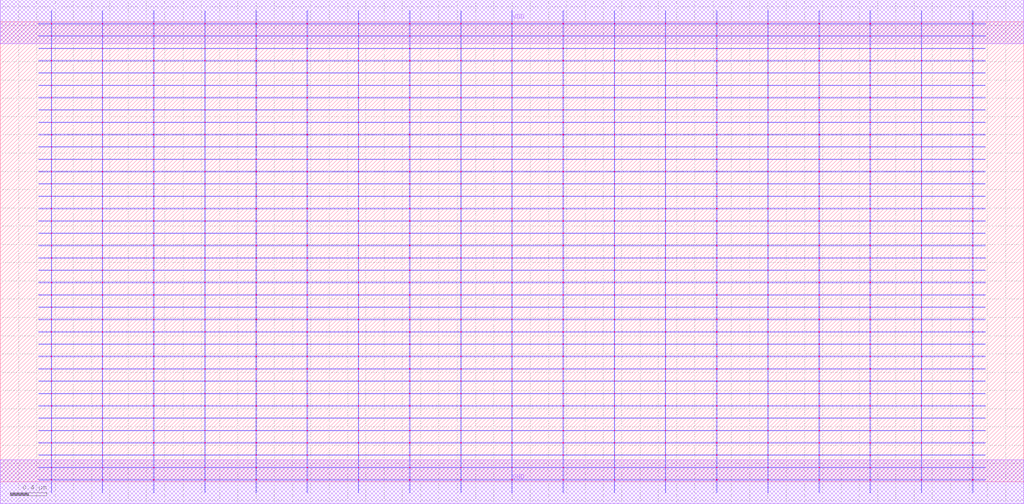
<source format=lef>
MACRO AOOAOI3122
 CLASS CORE ;
 FOREIGN AOOAOI3122 0 0 ;
 SIZE 11.200000000000001 BY 5.04 ;
 ORIGIN 0 0 ;
 SYMMETRY X Y R90 ;
 SITE unit ;
  PIN VDD
   DIRECTION INOUT ;
   USE POWER ;
   SHAPE ABUTMENT ;
    PORT
     CLASS CORE ;
       LAYER met1 ;
        RECT 0.00000000 4.80000000 11.20000000 5.28000000 ;
    END
  END VDD

  PIN GND
   DIRECTION INOUT ;
   USE POWER ;
   SHAPE ABUTMENT ;
    PORT
     CLASS CORE ;
       LAYER met1 ;
        RECT 0.00000000 -0.24000000 11.20000000 0.24000000 ;
    END
  END GND

 OBS
    LAYER polycont ;
     RECT 1.11600000 2.58300000 1.12400000 2.59100000 ;
     RECT 2.23600000 2.58300000 2.24400000 2.59100000 ;
     RECT 3.35600000 2.58300000 3.36400000 2.59100000 ;
     RECT 4.47600000 2.58300000 4.48400000 2.59100000 ;
     RECT 5.59600000 2.58300000 5.60400000 2.59100000 ;
     RECT 6.71600000 2.58300000 6.72400000 2.59100000 ;
     RECT 7.83600000 2.58300000 7.84400000 2.59100000 ;
     RECT 8.95600000 2.58300000 8.96400000 2.59100000 ;
     RECT 1.11600000 2.98800000 1.12400000 2.99600000 ;
     RECT 2.23600000 2.98800000 2.24400000 2.99600000 ;
     RECT 3.35600000 2.98800000 3.36400000 2.99600000 ;
     RECT 4.47600000 2.98800000 4.48400000 2.99600000 ;
     RECT 6.71600000 2.98800000 6.72400000 2.99600000 ;
     RECT 7.83600000 2.98800000 7.84400000 2.99600000 ;
     RECT 8.95600000 2.98800000 8.96400000 2.99600000 ;
     RECT 10.07600000 2.98800000 10.08400000 2.99600000 ;

    LAYER pdiffc ;
     RECT 0.55600000 3.39300000 0.56400000 3.40100000 ;
     RECT 1.67600000 3.39300000 1.68400000 3.40100000 ;
     RECT 2.79600000 3.39300000 2.80400000 3.40100000 ;
     RECT 3.91600000 3.39300000 3.92400000 3.40100000 ;
     RECT 5.03600000 3.39300000 5.04400000 3.40100000 ;
     RECT 6.15600000 3.39300000 6.16400000 3.40100000 ;
     RECT 7.27600000 3.39300000 7.28400000 3.40100000 ;
     RECT 8.39600000 3.39300000 8.40400000 3.40100000 ;
     RECT 9.51600000 3.39300000 9.52400000 3.40100000 ;
     RECT 10.63600000 3.39300000 10.64400000 3.40100000 ;
     RECT 0.55600000 3.52800000 0.56400000 3.53600000 ;
     RECT 1.67600000 3.52800000 1.68400000 3.53600000 ;
     RECT 2.79600000 3.52800000 2.80400000 3.53600000 ;
     RECT 3.91600000 3.52800000 3.92400000 3.53600000 ;
     RECT 5.03600000 3.52800000 5.04400000 3.53600000 ;
     RECT 6.15600000 3.52800000 6.16400000 3.53600000 ;
     RECT 7.27600000 3.52800000 7.28400000 3.53600000 ;
     RECT 8.39600000 3.52800000 8.40400000 3.53600000 ;
     RECT 9.51600000 3.52800000 9.52400000 3.53600000 ;
     RECT 10.63600000 3.52800000 10.64400000 3.53600000 ;
     RECT 0.55600000 3.66300000 0.56400000 3.67100000 ;
     RECT 1.67600000 3.66300000 1.68400000 3.67100000 ;
     RECT 2.79600000 3.66300000 2.80400000 3.67100000 ;
     RECT 3.91600000 3.66300000 3.92400000 3.67100000 ;
     RECT 5.03600000 3.66300000 5.04400000 3.67100000 ;
     RECT 6.15600000 3.66300000 6.16400000 3.67100000 ;
     RECT 7.27600000 3.66300000 7.28400000 3.67100000 ;
     RECT 8.39600000 3.66300000 8.40400000 3.67100000 ;
     RECT 9.51600000 3.66300000 9.52400000 3.67100000 ;
     RECT 10.63600000 3.66300000 10.64400000 3.67100000 ;
     RECT 0.55600000 3.79800000 0.56400000 3.80600000 ;
     RECT 1.67600000 3.79800000 1.68400000 3.80600000 ;
     RECT 2.79600000 3.79800000 2.80400000 3.80600000 ;
     RECT 3.91600000 3.79800000 3.92400000 3.80600000 ;
     RECT 5.03600000 3.79800000 5.04400000 3.80600000 ;
     RECT 6.15600000 3.79800000 6.16400000 3.80600000 ;
     RECT 7.27600000 3.79800000 7.28400000 3.80600000 ;
     RECT 8.39600000 3.79800000 8.40400000 3.80600000 ;
     RECT 9.51600000 3.79800000 9.52400000 3.80600000 ;
     RECT 10.63600000 3.79800000 10.64400000 3.80600000 ;
     RECT 0.55600000 3.93300000 0.56400000 3.94100000 ;
     RECT 1.67600000 3.93300000 1.68400000 3.94100000 ;
     RECT 2.79600000 3.93300000 2.80400000 3.94100000 ;
     RECT 3.91600000 3.93300000 3.92400000 3.94100000 ;
     RECT 5.03600000 3.93300000 5.04400000 3.94100000 ;
     RECT 6.15600000 3.93300000 6.16400000 3.94100000 ;
     RECT 7.27600000 3.93300000 7.28400000 3.94100000 ;
     RECT 8.39600000 3.93300000 8.40400000 3.94100000 ;
     RECT 9.51600000 3.93300000 9.52400000 3.94100000 ;
     RECT 10.63600000 3.93300000 10.64400000 3.94100000 ;
     RECT 0.55600000 4.06800000 0.56400000 4.07600000 ;
     RECT 1.67600000 4.06800000 1.68400000 4.07600000 ;
     RECT 2.79600000 4.06800000 2.80400000 4.07600000 ;
     RECT 3.91600000 4.06800000 3.92400000 4.07600000 ;
     RECT 5.03600000 4.06800000 5.04400000 4.07600000 ;
     RECT 6.15600000 4.06800000 6.16400000 4.07600000 ;
     RECT 7.27600000 4.06800000 7.28400000 4.07600000 ;
     RECT 8.39600000 4.06800000 8.40400000 4.07600000 ;
     RECT 9.51600000 4.06800000 9.52400000 4.07600000 ;
     RECT 10.63600000 4.06800000 10.64400000 4.07600000 ;
     RECT 0.55600000 4.20300000 0.56400000 4.21100000 ;
     RECT 1.67600000 4.20300000 1.68400000 4.21100000 ;
     RECT 2.79600000 4.20300000 2.80400000 4.21100000 ;
     RECT 3.91600000 4.20300000 3.92400000 4.21100000 ;
     RECT 5.03600000 4.20300000 5.04400000 4.21100000 ;
     RECT 6.15600000 4.20300000 6.16400000 4.21100000 ;
     RECT 7.27600000 4.20300000 7.28400000 4.21100000 ;
     RECT 8.39600000 4.20300000 8.40400000 4.21100000 ;
     RECT 9.51600000 4.20300000 9.52400000 4.21100000 ;
     RECT 10.63600000 4.20300000 10.64400000 4.21100000 ;
     RECT 0.55600000 4.33800000 0.56400000 4.34600000 ;
     RECT 1.67600000 4.33800000 1.68400000 4.34600000 ;
     RECT 2.79600000 4.33800000 2.80400000 4.34600000 ;
     RECT 3.91600000 4.33800000 3.92400000 4.34600000 ;
     RECT 5.03600000 4.33800000 5.04400000 4.34600000 ;
     RECT 6.15600000 4.33800000 6.16400000 4.34600000 ;
     RECT 7.27600000 4.33800000 7.28400000 4.34600000 ;
     RECT 8.39600000 4.33800000 8.40400000 4.34600000 ;
     RECT 9.51600000 4.33800000 9.52400000 4.34600000 ;
     RECT 10.63600000 4.33800000 10.64400000 4.34600000 ;
     RECT 0.55600000 4.47300000 0.56400000 4.48100000 ;
     RECT 1.67600000 4.47300000 1.68400000 4.48100000 ;
     RECT 2.79600000 4.47300000 2.80400000 4.48100000 ;
     RECT 3.91600000 4.47300000 3.92400000 4.48100000 ;
     RECT 5.03600000 4.47300000 5.04400000 4.48100000 ;
     RECT 6.15600000 4.47300000 6.16400000 4.48100000 ;
     RECT 7.27600000 4.47300000 7.28400000 4.48100000 ;
     RECT 8.39600000 4.47300000 8.40400000 4.48100000 ;
     RECT 9.51600000 4.47300000 9.52400000 4.48100000 ;
     RECT 10.63600000 4.47300000 10.64400000 4.48100000 ;
     RECT 0.55600000 4.60800000 0.56400000 4.61600000 ;
     RECT 1.67600000 4.60800000 1.68400000 4.61600000 ;
     RECT 2.79600000 4.60800000 2.80400000 4.61600000 ;
     RECT 3.91600000 4.60800000 3.92400000 4.61600000 ;
     RECT 5.03600000 4.60800000 5.04400000 4.61600000 ;
     RECT 6.15600000 4.60800000 6.16400000 4.61600000 ;
     RECT 7.27600000 4.60800000 7.28400000 4.61600000 ;
     RECT 8.39600000 4.60800000 8.40400000 4.61600000 ;
     RECT 9.51600000 4.60800000 9.52400000 4.61600000 ;
     RECT 10.63600000 4.60800000 10.64400000 4.61600000 ;

    LAYER ndiffc ;
     RECT 5.03600000 0.42300000 5.04400000 0.43100000 ;
     RECT 5.03600000 0.55800000 5.04400000 0.56600000 ;
     RECT 5.03600000 0.69300000 5.04400000 0.70100000 ;
     RECT 5.03600000 0.82800000 5.04400000 0.83600000 ;
     RECT 5.03600000 0.96300000 5.04400000 0.97100000 ;
     RECT 5.03600000 1.09800000 5.04400000 1.10600000 ;
     RECT 5.03600000 1.23300000 5.04400000 1.24100000 ;
     RECT 5.03600000 1.36800000 5.04400000 1.37600000 ;
     RECT 5.03600000 1.50300000 5.04400000 1.51100000 ;
     RECT 5.03600000 1.63800000 5.04400000 1.64600000 ;
     RECT 5.03600000 1.77300000 5.04400000 1.78100000 ;
     RECT 5.03600000 1.90800000 5.04400000 1.91600000 ;
     RECT 5.03600000 2.04300000 5.04400000 2.05100000 ;
     RECT 8.39600000 0.69300000 8.40400000 0.70100000 ;
     RECT 9.51600000 0.69300000 9.52400000 0.70100000 ;
     RECT 8.39600000 0.42300000 8.40400000 0.43100000 ;
     RECT 6.15600000 0.82800000 6.16400000 0.83600000 ;
     RECT 7.27600000 0.82800000 7.28400000 0.83600000 ;
     RECT 8.39600000 0.82800000 8.40400000 0.83600000 ;
     RECT 9.51600000 0.82800000 9.52400000 0.83600000 ;
     RECT 9.51600000 0.42300000 9.52400000 0.43100000 ;
     RECT 6.15600000 0.96300000 6.16400000 0.97100000 ;
     RECT 7.27600000 0.96300000 7.28400000 0.97100000 ;
     RECT 8.39600000 0.96300000 8.40400000 0.97100000 ;
     RECT 9.51600000 0.96300000 9.52400000 0.97100000 ;
     RECT 6.15600000 0.42300000 6.16400000 0.43100000 ;
     RECT 6.15600000 1.09800000 6.16400000 1.10600000 ;
     RECT 7.27600000 1.09800000 7.28400000 1.10600000 ;
     RECT 8.39600000 1.09800000 8.40400000 1.10600000 ;
     RECT 9.51600000 1.09800000 9.52400000 1.10600000 ;
     RECT 6.15600000 0.55800000 6.16400000 0.56600000 ;
     RECT 6.15600000 1.23300000 6.16400000 1.24100000 ;
     RECT 7.27600000 1.23300000 7.28400000 1.24100000 ;
     RECT 8.39600000 1.23300000 8.40400000 1.24100000 ;
     RECT 9.51600000 1.23300000 9.52400000 1.24100000 ;
     RECT 7.27600000 0.55800000 7.28400000 0.56600000 ;
     RECT 6.15600000 1.36800000 6.16400000 1.37600000 ;
     RECT 7.27600000 1.36800000 7.28400000 1.37600000 ;
     RECT 8.39600000 1.36800000 8.40400000 1.37600000 ;
     RECT 9.51600000 1.36800000 9.52400000 1.37600000 ;
     RECT 8.39600000 0.55800000 8.40400000 0.56600000 ;
     RECT 6.15600000 1.50300000 6.16400000 1.51100000 ;
     RECT 7.27600000 1.50300000 7.28400000 1.51100000 ;
     RECT 8.39600000 1.50300000 8.40400000 1.51100000 ;
     RECT 9.51600000 1.50300000 9.52400000 1.51100000 ;
     RECT 9.51600000 0.55800000 9.52400000 0.56600000 ;
     RECT 6.15600000 1.63800000 6.16400000 1.64600000 ;
     RECT 7.27600000 1.63800000 7.28400000 1.64600000 ;
     RECT 8.39600000 1.63800000 8.40400000 1.64600000 ;
     RECT 9.51600000 1.63800000 9.52400000 1.64600000 ;
     RECT 7.27600000 0.42300000 7.28400000 0.43100000 ;
     RECT 6.15600000 1.77300000 6.16400000 1.78100000 ;
     RECT 7.27600000 1.77300000 7.28400000 1.78100000 ;
     RECT 8.39600000 1.77300000 8.40400000 1.78100000 ;
     RECT 9.51600000 1.77300000 9.52400000 1.78100000 ;
     RECT 6.15600000 0.69300000 6.16400000 0.70100000 ;
     RECT 6.15600000 1.90800000 6.16400000 1.91600000 ;
     RECT 7.27600000 1.90800000 7.28400000 1.91600000 ;
     RECT 8.39600000 1.90800000 8.40400000 1.91600000 ;
     RECT 9.51600000 1.90800000 9.52400000 1.91600000 ;
     RECT 7.27600000 0.69300000 7.28400000 0.70100000 ;
     RECT 6.15600000 2.04300000 6.16400000 2.05100000 ;
     RECT 7.27600000 2.04300000 7.28400000 2.05100000 ;
     RECT 8.39600000 2.04300000 8.40400000 2.05100000 ;
     RECT 9.51600000 2.04300000 9.52400000 2.05100000 ;
     RECT 2.79600000 1.36800000 2.80400000 1.37600000 ;
     RECT 3.91600000 1.36800000 3.92400000 1.37600000 ;
     RECT 1.67600000 0.69300000 1.68400000 0.70100000 ;
     RECT 0.55600000 0.96300000 0.56400000 0.97100000 ;
     RECT 1.67600000 0.96300000 1.68400000 0.97100000 ;
     RECT 2.79600000 0.96300000 2.80400000 0.97100000 ;
     RECT 3.91600000 0.96300000 3.92400000 0.97100000 ;
     RECT 0.55600000 1.50300000 0.56400000 1.51100000 ;
     RECT 1.67600000 1.50300000 1.68400000 1.51100000 ;
     RECT 2.79600000 1.50300000 2.80400000 1.51100000 ;
     RECT 3.91600000 1.50300000 3.92400000 1.51100000 ;
     RECT 2.79600000 0.69300000 2.80400000 0.70100000 ;
     RECT 3.91600000 0.69300000 3.92400000 0.70100000 ;
     RECT 1.67600000 0.55800000 1.68400000 0.56600000 ;
     RECT 2.79600000 0.55800000 2.80400000 0.56600000 ;
     RECT 3.91600000 0.55800000 3.92400000 0.56600000 ;
     RECT 0.55600000 1.63800000 0.56400000 1.64600000 ;
     RECT 1.67600000 1.63800000 1.68400000 1.64600000 ;
     RECT 2.79600000 1.63800000 2.80400000 1.64600000 ;
     RECT 3.91600000 1.63800000 3.92400000 1.64600000 ;
     RECT 0.55600000 1.09800000 0.56400000 1.10600000 ;
     RECT 1.67600000 1.09800000 1.68400000 1.10600000 ;
     RECT 2.79600000 1.09800000 2.80400000 1.10600000 ;
     RECT 3.91600000 1.09800000 3.92400000 1.10600000 ;
     RECT 1.67600000 0.42300000 1.68400000 0.43100000 ;
     RECT 0.55600000 1.77300000 0.56400000 1.78100000 ;
     RECT 1.67600000 1.77300000 1.68400000 1.78100000 ;
     RECT 2.79600000 1.77300000 2.80400000 1.78100000 ;
     RECT 3.91600000 1.77300000 3.92400000 1.78100000 ;
     RECT 2.79600000 0.42300000 2.80400000 0.43100000 ;
     RECT 0.55600000 0.82800000 0.56400000 0.83600000 ;
     RECT 1.67600000 0.82800000 1.68400000 0.83600000 ;
     RECT 2.79600000 0.82800000 2.80400000 0.83600000 ;
     RECT 0.55600000 1.23300000 0.56400000 1.24100000 ;
     RECT 0.55600000 1.90800000 0.56400000 1.91600000 ;
     RECT 1.67600000 1.90800000 1.68400000 1.91600000 ;
     RECT 2.79600000 1.90800000 2.80400000 1.91600000 ;
     RECT 3.91600000 1.90800000 3.92400000 1.91600000 ;
     RECT 1.67600000 1.23300000 1.68400000 1.24100000 ;
     RECT 2.79600000 1.23300000 2.80400000 1.24100000 ;
     RECT 3.91600000 1.23300000 3.92400000 1.24100000 ;
     RECT 3.91600000 0.82800000 3.92400000 0.83600000 ;
     RECT 3.91600000 0.42300000 3.92400000 0.43100000 ;
     RECT 0.55600000 2.04300000 0.56400000 2.05100000 ;
     RECT 1.67600000 2.04300000 1.68400000 2.05100000 ;
     RECT 2.79600000 2.04300000 2.80400000 2.05100000 ;
     RECT 3.91600000 2.04300000 3.92400000 2.05100000 ;
     RECT 0.55600000 0.42300000 0.56400000 0.43100000 ;
     RECT 0.55600000 0.55800000 0.56400000 0.56600000 ;
     RECT 0.55600000 0.69300000 0.56400000 0.70100000 ;
     RECT 0.55600000 1.36800000 0.56400000 1.37600000 ;
     RECT 1.67600000 1.36800000 1.68400000 1.37600000 ;

    LAYER met1 ;
     RECT 0.00000000 -0.24000000 11.20000000 0.24000000 ;
     RECT 5.59600000 0.24000000 5.60400000 0.28800000 ;
     RECT 0.44500000 0.28800000 10.75500000 0.29600000 ;
     RECT 5.59600000 0.29600000 5.60400000 0.42300000 ;
     RECT 0.44500000 0.42300000 10.75500000 0.43100000 ;
     RECT 5.59600000 0.43100000 5.60400000 0.55800000 ;
     RECT 0.44500000 0.55800000 10.75500000 0.56600000 ;
     RECT 5.59600000 0.56600000 5.60400000 0.69300000 ;
     RECT 0.44500000 0.69300000 10.75500000 0.70100000 ;
     RECT 5.59600000 0.70100000 5.60400000 0.82800000 ;
     RECT 0.44500000 0.82800000 10.75500000 0.83600000 ;
     RECT 5.59600000 0.83600000 5.60400000 0.96300000 ;
     RECT 0.44500000 0.96300000 10.75500000 0.97100000 ;
     RECT 5.59600000 0.97100000 5.60400000 1.09800000 ;
     RECT 0.44500000 1.09800000 10.75500000 1.10600000 ;
     RECT 5.59600000 1.10600000 5.60400000 1.23300000 ;
     RECT 0.44500000 1.23300000 10.75500000 1.24100000 ;
     RECT 5.59600000 1.24100000 5.60400000 1.36800000 ;
     RECT 0.44500000 1.36800000 10.75500000 1.37600000 ;
     RECT 5.59600000 1.37600000 5.60400000 1.50300000 ;
     RECT 0.44500000 1.50300000 10.75500000 1.51100000 ;
     RECT 5.59600000 1.51100000 5.60400000 1.63800000 ;
     RECT 0.44500000 1.63800000 10.75500000 1.64600000 ;
     RECT 5.59600000 1.64600000 5.60400000 1.77300000 ;
     RECT 0.44500000 1.77300000 10.75500000 1.78100000 ;
     RECT 5.59600000 1.78100000 5.60400000 1.90800000 ;
     RECT 0.44500000 1.90800000 10.75500000 1.91600000 ;
     RECT 5.59600000 1.91600000 5.60400000 2.04300000 ;
     RECT 0.44500000 2.04300000 10.75500000 2.05100000 ;
     RECT 5.59600000 2.05100000 5.60400000 2.17800000 ;
     RECT 0.44500000 2.17800000 10.75500000 2.18600000 ;
     RECT 5.59600000 2.18600000 5.60400000 2.31300000 ;
     RECT 0.44500000 2.31300000 10.75500000 2.32100000 ;
     RECT 5.59600000 2.32100000 5.60400000 2.44800000 ;
     RECT 0.44500000 2.44800000 10.75500000 2.45600000 ;
     RECT 0.55600000 2.45600000 0.56400000 2.58300000 ;
     RECT 1.11600000 2.45600000 1.12400000 2.58300000 ;
     RECT 1.67600000 2.45600000 1.68400000 2.58300000 ;
     RECT 2.23600000 2.45600000 2.24400000 2.58300000 ;
     RECT 2.79600000 2.45600000 2.80400000 2.58300000 ;
     RECT 3.35600000 2.45600000 3.36400000 2.58300000 ;
     RECT 3.91600000 2.45600000 3.92400000 2.58300000 ;
     RECT 4.47600000 2.45600000 4.48400000 2.58300000 ;
     RECT 5.03600000 2.45600000 5.04400000 2.58300000 ;
     RECT 5.59600000 2.45600000 5.60400000 2.58300000 ;
     RECT 6.15600000 2.45600000 6.16400000 2.58300000 ;
     RECT 6.71600000 2.45600000 6.72400000 2.58300000 ;
     RECT 7.27600000 2.45600000 7.28400000 2.58300000 ;
     RECT 7.83600000 2.45600000 7.84400000 2.58300000 ;
     RECT 8.39600000 2.45600000 8.40400000 2.58300000 ;
     RECT 8.95600000 2.45600000 8.96400000 2.58300000 ;
     RECT 9.51600000 2.45600000 9.52400000 2.58300000 ;
     RECT 10.07600000 2.45600000 10.08400000 2.58300000 ;
     RECT 10.63600000 2.45600000 10.64400000 2.58300000 ;
     RECT 0.44500000 2.58300000 10.75500000 2.59100000 ;
     RECT 5.59600000 2.59100000 5.60400000 2.71800000 ;
     RECT 0.44500000 2.71800000 10.75500000 2.72600000 ;
     RECT 5.59600000 2.72600000 5.60400000 2.85300000 ;
     RECT 0.44500000 2.85300000 10.75500000 2.86100000 ;
     RECT 5.59600000 2.86100000 5.60400000 2.98800000 ;
     RECT 0.44500000 2.98800000 10.75500000 2.99600000 ;
     RECT 5.59600000 2.99600000 5.60400000 3.12300000 ;
     RECT 0.44500000 3.12300000 10.75500000 3.13100000 ;
     RECT 5.59600000 3.13100000 5.60400000 3.25800000 ;
     RECT 0.44500000 3.25800000 10.75500000 3.26600000 ;
     RECT 5.59600000 3.26600000 5.60400000 3.39300000 ;
     RECT 0.44500000 3.39300000 10.75500000 3.40100000 ;
     RECT 5.59600000 3.40100000 5.60400000 3.52800000 ;
     RECT 0.44500000 3.52800000 10.75500000 3.53600000 ;
     RECT 5.59600000 3.53600000 5.60400000 3.66300000 ;
     RECT 0.44500000 3.66300000 10.75500000 3.67100000 ;
     RECT 5.59600000 3.67100000 5.60400000 3.79800000 ;
     RECT 0.44500000 3.79800000 10.75500000 3.80600000 ;
     RECT 5.59600000 3.80600000 5.60400000 3.93300000 ;
     RECT 0.44500000 3.93300000 10.75500000 3.94100000 ;
     RECT 5.59600000 3.94100000 5.60400000 4.06800000 ;
     RECT 0.44500000 4.06800000 10.75500000 4.07600000 ;
     RECT 5.59600000 4.07600000 5.60400000 4.20300000 ;
     RECT 0.44500000 4.20300000 10.75500000 4.21100000 ;
     RECT 5.59600000 4.21100000 5.60400000 4.33800000 ;
     RECT 0.44500000 4.33800000 10.75500000 4.34600000 ;
     RECT 5.59600000 4.34600000 5.60400000 4.47300000 ;
     RECT 0.44500000 4.47300000 10.75500000 4.48100000 ;
     RECT 5.59600000 4.48100000 5.60400000 4.60800000 ;
     RECT 0.44500000 4.60800000 10.75500000 4.61600000 ;
     RECT 5.59600000 4.61600000 5.60400000 4.74300000 ;
     RECT 0.44500000 4.74300000 10.75500000 4.75100000 ;
     RECT 5.59600000 4.75100000 5.60400000 4.80000000 ;
     RECT 0.00000000 4.80000000 11.20000000 5.28000000 ;
     RECT 8.39600000 2.99600000 8.40400000 3.12300000 ;
     RECT 8.39600000 3.13100000 8.40400000 3.25800000 ;
     RECT 8.39600000 3.26600000 8.40400000 3.39300000 ;
     RECT 8.39600000 3.40100000 8.40400000 3.52800000 ;
     RECT 8.39600000 3.53600000 8.40400000 3.66300000 ;
     RECT 8.39600000 2.72600000 8.40400000 2.85300000 ;
     RECT 8.39600000 3.67100000 8.40400000 3.79800000 ;
     RECT 6.15600000 3.80600000 6.16400000 3.93300000 ;
     RECT 6.71600000 3.80600000 6.72400000 3.93300000 ;
     RECT 7.27600000 3.80600000 7.28400000 3.93300000 ;
     RECT 7.83600000 3.80600000 7.84400000 3.93300000 ;
     RECT 8.39600000 3.80600000 8.40400000 3.93300000 ;
     RECT 8.95600000 3.80600000 8.96400000 3.93300000 ;
     RECT 9.51600000 3.80600000 9.52400000 3.93300000 ;
     RECT 10.07600000 3.80600000 10.08400000 3.93300000 ;
     RECT 10.63600000 3.80600000 10.64400000 3.93300000 ;
     RECT 8.39600000 3.94100000 8.40400000 4.06800000 ;
     RECT 8.39600000 4.07600000 8.40400000 4.20300000 ;
     RECT 8.39600000 4.21100000 8.40400000 4.33800000 ;
     RECT 8.39600000 4.34600000 8.40400000 4.47300000 ;
     RECT 8.39600000 2.86100000 8.40400000 2.98800000 ;
     RECT 8.39600000 4.48100000 8.40400000 4.60800000 ;
     RECT 8.39600000 4.61600000 8.40400000 4.74300000 ;
     RECT 8.39600000 2.59100000 8.40400000 2.71800000 ;
     RECT 8.39600000 4.75100000 8.40400000 4.80000000 ;
     RECT 10.63600000 4.07600000 10.64400000 4.20300000 ;
     RECT 9.51600000 3.94100000 9.52400000 4.06800000 ;
     RECT 8.95600000 4.21100000 8.96400000 4.33800000 ;
     RECT 9.51600000 4.21100000 9.52400000 4.33800000 ;
     RECT 10.07600000 4.21100000 10.08400000 4.33800000 ;
     RECT 10.63600000 4.21100000 10.64400000 4.33800000 ;
     RECT 10.07600000 3.94100000 10.08400000 4.06800000 ;
     RECT 8.95600000 4.34600000 8.96400000 4.47300000 ;
     RECT 9.51600000 4.34600000 9.52400000 4.47300000 ;
     RECT 10.07600000 4.34600000 10.08400000 4.47300000 ;
     RECT 10.63600000 4.34600000 10.64400000 4.47300000 ;
     RECT 10.63600000 3.94100000 10.64400000 4.06800000 ;
     RECT 8.95600000 3.94100000 8.96400000 4.06800000 ;
     RECT 8.95600000 4.48100000 8.96400000 4.60800000 ;
     RECT 9.51600000 4.48100000 9.52400000 4.60800000 ;
     RECT 10.07600000 4.48100000 10.08400000 4.60800000 ;
     RECT 10.63600000 4.48100000 10.64400000 4.60800000 ;
     RECT 8.95600000 4.07600000 8.96400000 4.20300000 ;
     RECT 8.95600000 4.61600000 8.96400000 4.74300000 ;
     RECT 9.51600000 4.61600000 9.52400000 4.74300000 ;
     RECT 10.07600000 4.61600000 10.08400000 4.74300000 ;
     RECT 10.63600000 4.61600000 10.64400000 4.74300000 ;
     RECT 9.51600000 4.07600000 9.52400000 4.20300000 ;
     RECT 10.07600000 4.07600000 10.08400000 4.20300000 ;
     RECT 8.95600000 4.75100000 8.96400000 4.80000000 ;
     RECT 9.51600000 4.75100000 9.52400000 4.80000000 ;
     RECT 10.07600000 4.75100000 10.08400000 4.80000000 ;
     RECT 10.63600000 4.75100000 10.64400000 4.80000000 ;
     RECT 6.15600000 4.48100000 6.16400000 4.60800000 ;
     RECT 6.71600000 4.48100000 6.72400000 4.60800000 ;
     RECT 7.27600000 4.48100000 7.28400000 4.60800000 ;
     RECT 7.83600000 4.48100000 7.84400000 4.60800000 ;
     RECT 7.83600000 4.21100000 7.84400000 4.33800000 ;
     RECT 6.71600000 4.07600000 6.72400000 4.20300000 ;
     RECT 7.27600000 4.07600000 7.28400000 4.20300000 ;
     RECT 7.83600000 4.07600000 7.84400000 4.20300000 ;
     RECT 6.71600000 3.94100000 6.72400000 4.06800000 ;
     RECT 6.15600000 4.61600000 6.16400000 4.74300000 ;
     RECT 6.71600000 4.61600000 6.72400000 4.74300000 ;
     RECT 7.27600000 4.61600000 7.28400000 4.74300000 ;
     RECT 7.83600000 4.61600000 7.84400000 4.74300000 ;
     RECT 7.27600000 3.94100000 7.28400000 4.06800000 ;
     RECT 6.15600000 4.34600000 6.16400000 4.47300000 ;
     RECT 6.71600000 4.34600000 6.72400000 4.47300000 ;
     RECT 7.27600000 4.34600000 7.28400000 4.47300000 ;
     RECT 7.83600000 4.34600000 7.84400000 4.47300000 ;
     RECT 7.83600000 3.94100000 7.84400000 4.06800000 ;
     RECT 6.15600000 4.75100000 6.16400000 4.80000000 ;
     RECT 6.71600000 4.75100000 6.72400000 4.80000000 ;
     RECT 7.27600000 4.75100000 7.28400000 4.80000000 ;
     RECT 7.83600000 4.75100000 7.84400000 4.80000000 ;
     RECT 6.15600000 3.94100000 6.16400000 4.06800000 ;
     RECT 6.15600000 4.07600000 6.16400000 4.20300000 ;
     RECT 6.15600000 4.21100000 6.16400000 4.33800000 ;
     RECT 6.71600000 4.21100000 6.72400000 4.33800000 ;
     RECT 7.27600000 4.21100000 7.28400000 4.33800000 ;
     RECT 7.27600000 2.99600000 7.28400000 3.12300000 ;
     RECT 6.71600000 2.59100000 6.72400000 2.71800000 ;
     RECT 6.15600000 2.72600000 6.16400000 2.85300000 ;
     RECT 6.15600000 3.40100000 6.16400000 3.52800000 ;
     RECT 6.71600000 3.40100000 6.72400000 3.52800000 ;
     RECT 7.27600000 3.40100000 7.28400000 3.52800000 ;
     RECT 7.83600000 3.40100000 7.84400000 3.52800000 ;
     RECT 7.83600000 2.99600000 7.84400000 3.12300000 ;
     RECT 6.71600000 2.72600000 6.72400000 2.85300000 ;
     RECT 7.27600000 2.72600000 7.28400000 2.85300000 ;
     RECT 7.27600000 2.59100000 7.28400000 2.71800000 ;
     RECT 7.83600000 2.59100000 7.84400000 2.71800000 ;
     RECT 6.15600000 3.53600000 6.16400000 3.66300000 ;
     RECT 6.71600000 3.53600000 6.72400000 3.66300000 ;
     RECT 7.27600000 3.53600000 7.28400000 3.66300000 ;
     RECT 7.83600000 3.53600000 7.84400000 3.66300000 ;
     RECT 6.15600000 2.99600000 6.16400000 3.12300000 ;
     RECT 7.83600000 2.72600000 7.84400000 2.85300000 ;
     RECT 6.15600000 3.13100000 6.16400000 3.25800000 ;
     RECT 6.15600000 3.67100000 6.16400000 3.79800000 ;
     RECT 6.71600000 3.67100000 6.72400000 3.79800000 ;
     RECT 6.15600000 2.86100000 6.16400000 2.98800000 ;
     RECT 6.71600000 2.86100000 6.72400000 2.98800000 ;
     RECT 7.27600000 3.67100000 7.28400000 3.79800000 ;
     RECT 7.83600000 3.67100000 7.84400000 3.79800000 ;
     RECT 6.71600000 3.13100000 6.72400000 3.25800000 ;
     RECT 7.27600000 3.13100000 7.28400000 3.25800000 ;
     RECT 7.83600000 3.13100000 7.84400000 3.25800000 ;
     RECT 6.71600000 2.99600000 6.72400000 3.12300000 ;
     RECT 6.15600000 2.59100000 6.16400000 2.71800000 ;
     RECT 6.15600000 3.26600000 6.16400000 3.39300000 ;
     RECT 6.71600000 3.26600000 6.72400000 3.39300000 ;
     RECT 7.27600000 2.86100000 7.28400000 2.98800000 ;
     RECT 7.83600000 2.86100000 7.84400000 2.98800000 ;
     RECT 7.27600000 3.26600000 7.28400000 3.39300000 ;
     RECT 7.83600000 3.26600000 7.84400000 3.39300000 ;
     RECT 9.51600000 3.13100000 9.52400000 3.25800000 ;
     RECT 10.07600000 3.13100000 10.08400000 3.25800000 ;
     RECT 10.63600000 3.13100000 10.64400000 3.25800000 ;
     RECT 8.95600000 2.86100000 8.96400000 2.98800000 ;
     RECT 10.63600000 2.59100000 10.64400000 2.71800000 ;
     RECT 10.07600000 2.59100000 10.08400000 2.71800000 ;
     RECT 8.95600000 3.67100000 8.96400000 3.79800000 ;
     RECT 9.51600000 3.67100000 9.52400000 3.79800000 ;
     RECT 10.07600000 3.67100000 10.08400000 3.79800000 ;
     RECT 10.63600000 3.67100000 10.64400000 3.79800000 ;
     RECT 8.95600000 2.72600000 8.96400000 2.85300000 ;
     RECT 9.51600000 2.72600000 9.52400000 2.85300000 ;
     RECT 8.95600000 2.99600000 8.96400000 3.12300000 ;
     RECT 9.51600000 2.86100000 9.52400000 2.98800000 ;
     RECT 10.07600000 2.86100000 10.08400000 2.98800000 ;
     RECT 8.95600000 3.40100000 8.96400000 3.52800000 ;
     RECT 9.51600000 3.40100000 9.52400000 3.52800000 ;
     RECT 10.07600000 3.40100000 10.08400000 3.52800000 ;
     RECT 10.63600000 3.40100000 10.64400000 3.52800000 ;
     RECT 9.51600000 2.99600000 9.52400000 3.12300000 ;
     RECT 10.07600000 2.99600000 10.08400000 3.12300000 ;
     RECT 10.63600000 2.99600000 10.64400000 3.12300000 ;
     RECT 9.51600000 2.59100000 9.52400000 2.71800000 ;
     RECT 10.07600000 2.72600000 10.08400000 2.85300000 ;
     RECT 10.63600000 2.86100000 10.64400000 2.98800000 ;
     RECT 10.63600000 2.72600000 10.64400000 2.85300000 ;
     RECT 8.95600000 3.26600000 8.96400000 3.39300000 ;
     RECT 9.51600000 3.26600000 9.52400000 3.39300000 ;
     RECT 10.07600000 3.26600000 10.08400000 3.39300000 ;
     RECT 8.95600000 3.53600000 8.96400000 3.66300000 ;
     RECT 9.51600000 3.53600000 9.52400000 3.66300000 ;
     RECT 10.07600000 3.53600000 10.08400000 3.66300000 ;
     RECT 10.63600000 3.53600000 10.64400000 3.66300000 ;
     RECT 10.63600000 3.26600000 10.64400000 3.39300000 ;
     RECT 8.95600000 3.13100000 8.96400000 3.25800000 ;
     RECT 8.95600000 2.59100000 8.96400000 2.71800000 ;
     RECT 4.47600000 3.80600000 4.48400000 3.93300000 ;
     RECT 5.03600000 3.80600000 5.04400000 3.93300000 ;
     RECT 2.79600000 3.26600000 2.80400000 3.39300000 ;
     RECT 2.79600000 3.94100000 2.80400000 4.06800000 ;
     RECT 2.79600000 2.59100000 2.80400000 2.71800000 ;
     RECT 2.79600000 2.99600000 2.80400000 3.12300000 ;
     RECT 2.79600000 4.07600000 2.80400000 4.20300000 ;
     RECT 2.79600000 3.40100000 2.80400000 3.52800000 ;
     RECT 2.79600000 4.21100000 2.80400000 4.33800000 ;
     RECT 2.79600000 4.34600000 2.80400000 4.47300000 ;
     RECT 2.79600000 3.53600000 2.80400000 3.66300000 ;
     RECT 2.79600000 4.48100000 2.80400000 4.60800000 ;
     RECT 2.79600000 3.13100000 2.80400000 3.25800000 ;
     RECT 2.79600000 3.67100000 2.80400000 3.79800000 ;
     RECT 2.79600000 4.61600000 2.80400000 4.74300000 ;
     RECT 2.79600000 2.86100000 2.80400000 2.98800000 ;
     RECT 2.79600000 4.75100000 2.80400000 4.80000000 ;
     RECT 2.79600000 2.72600000 2.80400000 2.85300000 ;
     RECT 0.55600000 3.80600000 0.56400000 3.93300000 ;
     RECT 1.11600000 3.80600000 1.12400000 3.93300000 ;
     RECT 1.67600000 3.80600000 1.68400000 3.93300000 ;
     RECT 2.23600000 3.80600000 2.24400000 3.93300000 ;
     RECT 2.79600000 3.80600000 2.80400000 3.93300000 ;
     RECT 3.35600000 3.80600000 3.36400000 3.93300000 ;
     RECT 3.91600000 3.80600000 3.92400000 3.93300000 ;
     RECT 5.03600000 4.34600000 5.04400000 4.47300000 ;
     RECT 4.47600000 3.94100000 4.48400000 4.06800000 ;
     RECT 3.35600000 4.07600000 3.36400000 4.20300000 ;
     RECT 3.35600000 4.48100000 3.36400000 4.60800000 ;
     RECT 3.91600000 4.48100000 3.92400000 4.60800000 ;
     RECT 4.47600000 4.48100000 4.48400000 4.60800000 ;
     RECT 5.03600000 4.48100000 5.04400000 4.60800000 ;
     RECT 3.91600000 4.07600000 3.92400000 4.20300000 ;
     RECT 4.47600000 4.07600000 4.48400000 4.20300000 ;
     RECT 5.03600000 4.07600000 5.04400000 4.20300000 ;
     RECT 3.35600000 4.61600000 3.36400000 4.74300000 ;
     RECT 3.91600000 4.61600000 3.92400000 4.74300000 ;
     RECT 4.47600000 4.61600000 4.48400000 4.74300000 ;
     RECT 5.03600000 4.61600000 5.04400000 4.74300000 ;
     RECT 5.03600000 3.94100000 5.04400000 4.06800000 ;
     RECT 3.35600000 3.94100000 3.36400000 4.06800000 ;
     RECT 3.35600000 4.75100000 3.36400000 4.80000000 ;
     RECT 3.91600000 4.75100000 3.92400000 4.80000000 ;
     RECT 4.47600000 4.75100000 4.48400000 4.80000000 ;
     RECT 5.03600000 4.75100000 5.04400000 4.80000000 ;
     RECT 3.35600000 4.21100000 3.36400000 4.33800000 ;
     RECT 3.91600000 4.21100000 3.92400000 4.33800000 ;
     RECT 4.47600000 4.21100000 4.48400000 4.33800000 ;
     RECT 5.03600000 4.21100000 5.04400000 4.33800000 ;
     RECT 3.91600000 3.94100000 3.92400000 4.06800000 ;
     RECT 3.35600000 4.34600000 3.36400000 4.47300000 ;
     RECT 3.91600000 4.34600000 3.92400000 4.47300000 ;
     RECT 4.47600000 4.34600000 4.48400000 4.47300000 ;
     RECT 0.55600000 4.34600000 0.56400000 4.47300000 ;
     RECT 0.55600000 4.61600000 0.56400000 4.74300000 ;
     RECT 1.11600000 4.61600000 1.12400000 4.74300000 ;
     RECT 1.67600000 4.61600000 1.68400000 4.74300000 ;
     RECT 2.23600000 4.61600000 2.24400000 4.74300000 ;
     RECT 1.11600000 4.34600000 1.12400000 4.47300000 ;
     RECT 1.67600000 4.34600000 1.68400000 4.47300000 ;
     RECT 2.23600000 4.34600000 2.24400000 4.47300000 ;
     RECT 1.67600000 3.94100000 1.68400000 4.06800000 ;
     RECT 0.55600000 4.07600000 0.56400000 4.20300000 ;
     RECT 1.11600000 4.07600000 1.12400000 4.20300000 ;
     RECT 0.55600000 4.75100000 0.56400000 4.80000000 ;
     RECT 1.11600000 4.75100000 1.12400000 4.80000000 ;
     RECT 1.67600000 4.75100000 1.68400000 4.80000000 ;
     RECT 2.23600000 4.75100000 2.24400000 4.80000000 ;
     RECT 0.55600000 4.21100000 0.56400000 4.33800000 ;
     RECT 1.11600000 4.21100000 1.12400000 4.33800000 ;
     RECT 1.67600000 4.21100000 1.68400000 4.33800000 ;
     RECT 0.55600000 4.48100000 0.56400000 4.60800000 ;
     RECT 1.11600000 4.48100000 1.12400000 4.60800000 ;
     RECT 1.67600000 4.48100000 1.68400000 4.60800000 ;
     RECT 2.23600000 4.48100000 2.24400000 4.60800000 ;
     RECT 2.23600000 4.21100000 2.24400000 4.33800000 ;
     RECT 1.67600000 4.07600000 1.68400000 4.20300000 ;
     RECT 2.23600000 4.07600000 2.24400000 4.20300000 ;
     RECT 2.23600000 3.94100000 2.24400000 4.06800000 ;
     RECT 0.55600000 3.94100000 0.56400000 4.06800000 ;
     RECT 1.11600000 3.94100000 1.12400000 4.06800000 ;
     RECT 2.23600000 3.13100000 2.24400000 3.25800000 ;
     RECT 0.55600000 3.53600000 0.56400000 3.66300000 ;
     RECT 0.55600000 3.67100000 0.56400000 3.79800000 ;
     RECT 1.11600000 3.67100000 1.12400000 3.79800000 ;
     RECT 1.67600000 3.67100000 1.68400000 3.79800000 ;
     RECT 2.23600000 3.67100000 2.24400000 3.79800000 ;
     RECT 1.11600000 3.53600000 1.12400000 3.66300000 ;
     RECT 1.67600000 3.53600000 1.68400000 3.66300000 ;
     RECT 2.23600000 2.99600000 2.24400000 3.12300000 ;
     RECT 1.11600000 3.40100000 1.12400000 3.52800000 ;
     RECT 1.67600000 3.40100000 1.68400000 3.52800000 ;
     RECT 2.23600000 3.40100000 2.24400000 3.52800000 ;
     RECT 2.23600000 3.26600000 2.24400000 3.39300000 ;
     RECT 0.55600000 3.40100000 0.56400000 3.52800000 ;
     RECT 0.55600000 3.26600000 0.56400000 3.39300000 ;
     RECT 1.11600000 3.26600000 1.12400000 3.39300000 ;
     RECT 1.67600000 2.59100000 1.68400000 2.71800000 ;
     RECT 1.67600000 2.72600000 1.68400000 2.85300000 ;
     RECT 2.23600000 3.53600000 2.24400000 3.66300000 ;
     RECT 2.23600000 2.59100000 2.24400000 2.71800000 ;
     RECT 1.11600000 2.86100000 1.12400000 2.98800000 ;
     RECT 1.67600000 2.86100000 1.68400000 2.98800000 ;
     RECT 2.23600000 2.86100000 2.24400000 2.98800000 ;
     RECT 0.55600000 3.13100000 0.56400000 3.25800000 ;
     RECT 1.11600000 3.13100000 1.12400000 3.25800000 ;
     RECT 1.67600000 3.26600000 1.68400000 3.39300000 ;
     RECT 0.55600000 2.99600000 0.56400000 3.12300000 ;
     RECT 2.23600000 2.72600000 2.24400000 2.85300000 ;
     RECT 1.11600000 2.99600000 1.12400000 3.12300000 ;
     RECT 1.67600000 2.99600000 1.68400000 3.12300000 ;
     RECT 0.55600000 2.59100000 0.56400000 2.71800000 ;
     RECT 1.11600000 2.59100000 1.12400000 2.71800000 ;
     RECT 0.55600000 2.72600000 0.56400000 2.85300000 ;
     RECT 1.11600000 2.72600000 1.12400000 2.85300000 ;
     RECT 0.55600000 2.86100000 0.56400000 2.98800000 ;
     RECT 1.67600000 3.13100000 1.68400000 3.25800000 ;
     RECT 5.03600000 2.99600000 5.04400000 3.12300000 ;
     RECT 5.03600000 3.26600000 5.04400000 3.39300000 ;
     RECT 3.35600000 2.99600000 3.36400000 3.12300000 ;
     RECT 5.03600000 2.72600000 5.04400000 2.85300000 ;
     RECT 3.35600000 2.59100000 3.36400000 2.71800000 ;
     RECT 3.35600000 3.67100000 3.36400000 3.79800000 ;
     RECT 3.91600000 3.67100000 3.92400000 3.79800000 ;
     RECT 4.47600000 3.67100000 4.48400000 3.79800000 ;
     RECT 5.03600000 3.67100000 5.04400000 3.79800000 ;
     RECT 5.03600000 3.13100000 5.04400000 3.25800000 ;
     RECT 4.47600000 2.72600000 4.48400000 2.85300000 ;
     RECT 3.35600000 2.86100000 3.36400000 2.98800000 ;
     RECT 3.91600000 2.86100000 3.92400000 2.98800000 ;
     RECT 4.47600000 2.86100000 4.48400000 2.98800000 ;
     RECT 5.03600000 2.86100000 5.04400000 2.98800000 ;
     RECT 3.35600000 3.26600000 3.36400000 3.39300000 ;
     RECT 3.91600000 3.26600000 3.92400000 3.39300000 ;
     RECT 4.47600000 3.26600000 4.48400000 3.39300000 ;
     RECT 3.35600000 3.40100000 3.36400000 3.52800000 ;
     RECT 3.91600000 2.59100000 3.92400000 2.71800000 ;
     RECT 4.47600000 2.59100000 4.48400000 2.71800000 ;
     RECT 5.03600000 2.59100000 5.04400000 2.71800000 ;
     RECT 3.35600000 3.13100000 3.36400000 3.25800000 ;
     RECT 3.91600000 3.13100000 3.92400000 3.25800000 ;
     RECT 4.47600000 3.13100000 4.48400000 3.25800000 ;
     RECT 3.91600000 3.40100000 3.92400000 3.52800000 ;
     RECT 3.35600000 3.53600000 3.36400000 3.66300000 ;
     RECT 3.35600000 2.72600000 3.36400000 2.85300000 ;
     RECT 3.91600000 2.72600000 3.92400000 2.85300000 ;
     RECT 3.91600000 3.53600000 3.92400000 3.66300000 ;
     RECT 4.47600000 3.53600000 4.48400000 3.66300000 ;
     RECT 5.03600000 3.53600000 5.04400000 3.66300000 ;
     RECT 4.47600000 3.40100000 4.48400000 3.52800000 ;
     RECT 5.03600000 3.40100000 5.04400000 3.52800000 ;
     RECT 3.91600000 2.99600000 3.92400000 3.12300000 ;
     RECT 4.47600000 2.99600000 4.48400000 3.12300000 ;
     RECT 2.79600000 1.24100000 2.80400000 1.36800000 ;
     RECT 2.79600000 1.37600000 2.80400000 1.50300000 ;
     RECT 2.79600000 1.51100000 2.80400000 1.63800000 ;
     RECT 2.79600000 1.64600000 2.80400000 1.77300000 ;
     RECT 2.79600000 1.78100000 2.80400000 1.90800000 ;
     RECT 2.79600000 1.91600000 2.80400000 2.04300000 ;
     RECT 2.79600000 0.43100000 2.80400000 0.55800000 ;
     RECT 2.79600000 2.05100000 2.80400000 2.17800000 ;
     RECT 2.79600000 2.18600000 2.80400000 2.31300000 ;
     RECT 2.79600000 0.24000000 2.80400000 0.28800000 ;
     RECT 2.79600000 2.32100000 2.80400000 2.44800000 ;
     RECT 2.79600000 0.56600000 2.80400000 0.69300000 ;
     RECT 2.79600000 0.70100000 2.80400000 0.82800000 ;
     RECT 2.79600000 0.83600000 2.80400000 0.96300000 ;
     RECT 2.79600000 0.97100000 2.80400000 1.09800000 ;
     RECT 0.55600000 1.10600000 0.56400000 1.23300000 ;
     RECT 1.11600000 1.10600000 1.12400000 1.23300000 ;
     RECT 1.67600000 1.10600000 1.68400000 1.23300000 ;
     RECT 2.23600000 1.10600000 2.24400000 1.23300000 ;
     RECT 2.79600000 1.10600000 2.80400000 1.23300000 ;
     RECT 3.35600000 1.10600000 3.36400000 1.23300000 ;
     RECT 3.91600000 1.10600000 3.92400000 1.23300000 ;
     RECT 4.47600000 1.10600000 4.48400000 1.23300000 ;
     RECT 5.03600000 1.10600000 5.04400000 1.23300000 ;
     RECT 2.79600000 0.29600000 2.80400000 0.42300000 ;
     RECT 3.35600000 1.24100000 3.36400000 1.36800000 ;
     RECT 3.35600000 1.91600000 3.36400000 2.04300000 ;
     RECT 3.91600000 1.91600000 3.92400000 2.04300000 ;
     RECT 4.47600000 1.91600000 4.48400000 2.04300000 ;
     RECT 5.03600000 1.91600000 5.04400000 2.04300000 ;
     RECT 3.35600000 1.37600000 3.36400000 1.50300000 ;
     RECT 3.91600000 1.37600000 3.92400000 1.50300000 ;
     RECT 3.35600000 2.05100000 3.36400000 2.17800000 ;
     RECT 3.91600000 2.05100000 3.92400000 2.17800000 ;
     RECT 4.47600000 2.05100000 4.48400000 2.17800000 ;
     RECT 5.03600000 2.05100000 5.04400000 2.17800000 ;
     RECT 4.47600000 1.37600000 4.48400000 1.50300000 ;
     RECT 3.35600000 2.18600000 3.36400000 2.31300000 ;
     RECT 3.91600000 2.18600000 3.92400000 2.31300000 ;
     RECT 4.47600000 2.18600000 4.48400000 2.31300000 ;
     RECT 5.03600000 2.18600000 5.04400000 2.31300000 ;
     RECT 5.03600000 1.37600000 5.04400000 1.50300000 ;
     RECT 3.91600000 1.24100000 3.92400000 1.36800000 ;
     RECT 3.35600000 2.32100000 3.36400000 2.44800000 ;
     RECT 3.91600000 2.32100000 3.92400000 2.44800000 ;
     RECT 4.47600000 2.32100000 4.48400000 2.44800000 ;
     RECT 5.03600000 2.32100000 5.04400000 2.44800000 ;
     RECT 3.35600000 1.51100000 3.36400000 1.63800000 ;
     RECT 3.91600000 1.51100000 3.92400000 1.63800000 ;
     RECT 4.47600000 1.51100000 4.48400000 1.63800000 ;
     RECT 5.03600000 1.51100000 5.04400000 1.63800000 ;
     RECT 4.47600000 1.24100000 4.48400000 1.36800000 ;
     RECT 3.35600000 1.64600000 3.36400000 1.77300000 ;
     RECT 3.91600000 1.64600000 3.92400000 1.77300000 ;
     RECT 4.47600000 1.64600000 4.48400000 1.77300000 ;
     RECT 5.03600000 1.64600000 5.04400000 1.77300000 ;
     RECT 5.03600000 1.24100000 5.04400000 1.36800000 ;
     RECT 3.35600000 1.78100000 3.36400000 1.90800000 ;
     RECT 3.91600000 1.78100000 3.92400000 1.90800000 ;
     RECT 4.47600000 1.78100000 4.48400000 1.90800000 ;
     RECT 5.03600000 1.78100000 5.04400000 1.90800000 ;
     RECT 0.55600000 1.37600000 0.56400000 1.50300000 ;
     RECT 0.55600000 1.51100000 0.56400000 1.63800000 ;
     RECT 1.11600000 1.51100000 1.12400000 1.63800000 ;
     RECT 0.55600000 2.18600000 0.56400000 2.31300000 ;
     RECT 1.11600000 2.18600000 1.12400000 2.31300000 ;
     RECT 1.67600000 2.18600000 1.68400000 2.31300000 ;
     RECT 2.23600000 2.18600000 2.24400000 2.31300000 ;
     RECT 0.55600000 1.78100000 0.56400000 1.90800000 ;
     RECT 1.11600000 1.78100000 1.12400000 1.90800000 ;
     RECT 1.67600000 1.78100000 1.68400000 1.90800000 ;
     RECT 2.23600000 1.78100000 2.24400000 1.90800000 ;
     RECT 1.67600000 1.51100000 1.68400000 1.63800000 ;
     RECT 2.23600000 1.51100000 2.24400000 1.63800000 ;
     RECT 0.55600000 2.32100000 0.56400000 2.44800000 ;
     RECT 1.11600000 2.32100000 1.12400000 2.44800000 ;
     RECT 1.67600000 2.32100000 1.68400000 2.44800000 ;
     RECT 2.23600000 2.32100000 2.24400000 2.44800000 ;
     RECT 1.11600000 1.37600000 1.12400000 1.50300000 ;
     RECT 1.67600000 1.37600000 1.68400000 1.50300000 ;
     RECT 2.23600000 1.37600000 2.24400000 1.50300000 ;
     RECT 0.55600000 1.91600000 0.56400000 2.04300000 ;
     RECT 1.11600000 1.91600000 1.12400000 2.04300000 ;
     RECT 1.67600000 1.91600000 1.68400000 2.04300000 ;
     RECT 2.23600000 1.91600000 2.24400000 2.04300000 ;
     RECT 1.11600000 1.24100000 1.12400000 1.36800000 ;
     RECT 1.67600000 1.24100000 1.68400000 1.36800000 ;
     RECT 0.55600000 1.64600000 0.56400000 1.77300000 ;
     RECT 1.11600000 1.64600000 1.12400000 1.77300000 ;
     RECT 1.67600000 1.64600000 1.68400000 1.77300000 ;
     RECT 2.23600000 1.64600000 2.24400000 1.77300000 ;
     RECT 0.55600000 2.05100000 0.56400000 2.17800000 ;
     RECT 1.11600000 2.05100000 1.12400000 2.17800000 ;
     RECT 1.67600000 2.05100000 1.68400000 2.17800000 ;
     RECT 2.23600000 2.05100000 2.24400000 2.17800000 ;
     RECT 2.23600000 1.24100000 2.24400000 1.36800000 ;
     RECT 0.55600000 1.24100000 0.56400000 1.36800000 ;
     RECT 2.23600000 0.70100000 2.24400000 0.82800000 ;
     RECT 2.23600000 0.24000000 2.24400000 0.28800000 ;
     RECT 0.55600000 0.24000000 0.56400000 0.28800000 ;
     RECT 0.55600000 0.83600000 0.56400000 0.96300000 ;
     RECT 1.11600000 0.83600000 1.12400000 0.96300000 ;
     RECT 1.67600000 0.83600000 1.68400000 0.96300000 ;
     RECT 2.23600000 0.83600000 2.24400000 0.96300000 ;
     RECT 1.67600000 0.43100000 1.68400000 0.55800000 ;
     RECT 1.11600000 0.24000000 1.12400000 0.28800000 ;
     RECT 0.55600000 0.29600000 0.56400000 0.42300000 ;
     RECT 0.55600000 0.97100000 0.56400000 1.09800000 ;
     RECT 1.11600000 0.97100000 1.12400000 1.09800000 ;
     RECT 1.67600000 0.97100000 1.68400000 1.09800000 ;
     RECT 2.23600000 0.97100000 2.24400000 1.09800000 ;
     RECT 2.23600000 0.43100000 2.24400000 0.55800000 ;
     RECT 1.11600000 0.29600000 1.12400000 0.42300000 ;
     RECT 1.67600000 0.29600000 1.68400000 0.42300000 ;
     RECT 1.67600000 0.24000000 1.68400000 0.28800000 ;
     RECT 0.55600000 0.43100000 0.56400000 0.55800000 ;
     RECT 0.55600000 0.56600000 0.56400000 0.69300000 ;
     RECT 1.11600000 0.56600000 1.12400000 0.69300000 ;
     RECT 1.67600000 0.56600000 1.68400000 0.69300000 ;
     RECT 2.23600000 0.56600000 2.24400000 0.69300000 ;
     RECT 1.11600000 0.43100000 1.12400000 0.55800000 ;
     RECT 0.55600000 0.70100000 0.56400000 0.82800000 ;
     RECT 1.11600000 0.70100000 1.12400000 0.82800000 ;
     RECT 2.23600000 0.29600000 2.24400000 0.42300000 ;
     RECT 1.67600000 0.70100000 1.68400000 0.82800000 ;
     RECT 3.35600000 0.83600000 3.36400000 0.96300000 ;
     RECT 3.91600000 0.83600000 3.92400000 0.96300000 ;
     RECT 4.47600000 0.83600000 4.48400000 0.96300000 ;
     RECT 5.03600000 0.83600000 5.04400000 0.96300000 ;
     RECT 4.47600000 0.56600000 4.48400000 0.69300000 ;
     RECT 5.03600000 0.56600000 5.04400000 0.69300000 ;
     RECT 3.91600000 0.24000000 3.92400000 0.28800000 ;
     RECT 4.47600000 0.24000000 4.48400000 0.28800000 ;
     RECT 5.03600000 0.43100000 5.04400000 0.55800000 ;
     RECT 3.91600000 0.29600000 3.92400000 0.42300000 ;
     RECT 3.35600000 0.29600000 3.36400000 0.42300000 ;
     RECT 3.35600000 0.97100000 3.36400000 1.09800000 ;
     RECT 3.91600000 0.97100000 3.92400000 1.09800000 ;
     RECT 4.47600000 0.97100000 4.48400000 1.09800000 ;
     RECT 5.03600000 0.97100000 5.04400000 1.09800000 ;
     RECT 3.35600000 0.24000000 3.36400000 0.28800000 ;
     RECT 4.47600000 0.29600000 4.48400000 0.42300000 ;
     RECT 3.35600000 0.70100000 3.36400000 0.82800000 ;
     RECT 3.91600000 0.70100000 3.92400000 0.82800000 ;
     RECT 4.47600000 0.70100000 4.48400000 0.82800000 ;
     RECT 5.03600000 0.70100000 5.04400000 0.82800000 ;
     RECT 5.03600000 0.24000000 5.04400000 0.28800000 ;
     RECT 3.91600000 0.43100000 3.92400000 0.55800000 ;
     RECT 4.47600000 0.43100000 4.48400000 0.55800000 ;
     RECT 3.35600000 0.43100000 3.36400000 0.55800000 ;
     RECT 5.03600000 0.29600000 5.04400000 0.42300000 ;
     RECT 3.35600000 0.56600000 3.36400000 0.69300000 ;
     RECT 3.91600000 0.56600000 3.92400000 0.69300000 ;
     RECT 8.39600000 0.97100000 8.40400000 1.09800000 ;
     RECT 8.39600000 1.78100000 8.40400000 1.90800000 ;
     RECT 6.15600000 1.10600000 6.16400000 1.23300000 ;
     RECT 6.71600000 1.10600000 6.72400000 1.23300000 ;
     RECT 7.27600000 1.10600000 7.28400000 1.23300000 ;
     RECT 8.39600000 1.91600000 8.40400000 2.04300000 ;
     RECT 7.83600000 1.10600000 7.84400000 1.23300000 ;
     RECT 8.39600000 1.10600000 8.40400000 1.23300000 ;
     RECT 8.95600000 1.10600000 8.96400000 1.23300000 ;
     RECT 9.51600000 1.10600000 9.52400000 1.23300000 ;
     RECT 10.07600000 1.10600000 10.08400000 1.23300000 ;
     RECT 10.63600000 1.10600000 10.64400000 1.23300000 ;
     RECT 8.39600000 2.05100000 8.40400000 2.17800000 ;
     RECT 8.39600000 0.70100000 8.40400000 0.82800000 ;
     RECT 8.39600000 1.24100000 8.40400000 1.36800000 ;
     RECT 8.39600000 2.18600000 8.40400000 2.31300000 ;
     RECT 8.39600000 0.43100000 8.40400000 0.55800000 ;
     RECT 8.39600000 2.32100000 8.40400000 2.44800000 ;
     RECT 8.39600000 0.29600000 8.40400000 0.42300000 ;
     RECT 8.39600000 1.37600000 8.40400000 1.50300000 ;
     RECT 8.39600000 0.83600000 8.40400000 0.96300000 ;
     RECT 8.39600000 1.51100000 8.40400000 1.63800000 ;
     RECT 8.39600000 0.24000000 8.40400000 0.28800000 ;
     RECT 8.39600000 0.56600000 8.40400000 0.69300000 ;
     RECT 8.39600000 1.64600000 8.40400000 1.77300000 ;
     RECT 10.63600000 1.91600000 10.64400000 2.04300000 ;
     RECT 8.95600000 1.78100000 8.96400000 1.90800000 ;
     RECT 9.51600000 1.78100000 9.52400000 1.90800000 ;
     RECT 8.95600000 2.18600000 8.96400000 2.31300000 ;
     RECT 9.51600000 2.18600000 9.52400000 2.31300000 ;
     RECT 10.07600000 2.18600000 10.08400000 2.31300000 ;
     RECT 10.63600000 2.18600000 10.64400000 2.31300000 ;
     RECT 8.95600000 1.24100000 8.96400000 1.36800000 ;
     RECT 9.51600000 1.24100000 9.52400000 1.36800000 ;
     RECT 10.07600000 1.24100000 10.08400000 1.36800000 ;
     RECT 10.63600000 1.24100000 10.64400000 1.36800000 ;
     RECT 10.07600000 1.78100000 10.08400000 1.90800000 ;
     RECT 10.63600000 1.78100000 10.64400000 1.90800000 ;
     RECT 8.95600000 2.32100000 8.96400000 2.44800000 ;
     RECT 9.51600000 2.32100000 9.52400000 2.44800000 ;
     RECT 10.07600000 2.32100000 10.08400000 2.44800000 ;
     RECT 10.63600000 2.32100000 10.64400000 2.44800000 ;
     RECT 8.95600000 1.91600000 8.96400000 2.04300000 ;
     RECT 9.51600000 1.91600000 9.52400000 2.04300000 ;
     RECT 8.95600000 1.37600000 8.96400000 1.50300000 ;
     RECT 9.51600000 1.37600000 9.52400000 1.50300000 ;
     RECT 10.07600000 1.37600000 10.08400000 1.50300000 ;
     RECT 10.63600000 1.37600000 10.64400000 1.50300000 ;
     RECT 10.07600000 1.91600000 10.08400000 2.04300000 ;
     RECT 8.95600000 2.05100000 8.96400000 2.17800000 ;
     RECT 8.95600000 1.51100000 8.96400000 1.63800000 ;
     RECT 9.51600000 1.51100000 9.52400000 1.63800000 ;
     RECT 10.07600000 1.51100000 10.08400000 1.63800000 ;
     RECT 10.63600000 1.51100000 10.64400000 1.63800000 ;
     RECT 9.51600000 2.05100000 9.52400000 2.17800000 ;
     RECT 10.07600000 2.05100000 10.08400000 2.17800000 ;
     RECT 10.63600000 2.05100000 10.64400000 2.17800000 ;
     RECT 8.95600000 1.64600000 8.96400000 1.77300000 ;
     RECT 9.51600000 1.64600000 9.52400000 1.77300000 ;
     RECT 10.07600000 1.64600000 10.08400000 1.77300000 ;
     RECT 10.63600000 1.64600000 10.64400000 1.77300000 ;
     RECT 6.15600000 1.78100000 6.16400000 1.90800000 ;
     RECT 6.15600000 1.24100000 6.16400000 1.36800000 ;
     RECT 6.71600000 1.24100000 6.72400000 1.36800000 ;
     RECT 7.27600000 1.24100000 7.28400000 1.36800000 ;
     RECT 7.83600000 1.24100000 7.84400000 1.36800000 ;
     RECT 6.71600000 1.78100000 6.72400000 1.90800000 ;
     RECT 6.15600000 1.37600000 6.16400000 1.50300000 ;
     RECT 6.71600000 1.37600000 6.72400000 1.50300000 ;
     RECT 7.27600000 1.37600000 7.28400000 1.50300000 ;
     RECT 7.83600000 1.37600000 7.84400000 1.50300000 ;
     RECT 6.15600000 2.18600000 6.16400000 2.31300000 ;
     RECT 6.71600000 2.18600000 6.72400000 2.31300000 ;
     RECT 7.27600000 2.18600000 7.28400000 2.31300000 ;
     RECT 7.83600000 2.18600000 7.84400000 2.31300000 ;
     RECT 7.27600000 1.78100000 7.28400000 1.90800000 ;
     RECT 6.15600000 2.05100000 6.16400000 2.17800000 ;
     RECT 6.15600000 1.51100000 6.16400000 1.63800000 ;
     RECT 6.71600000 1.51100000 6.72400000 1.63800000 ;
     RECT 7.27600000 1.51100000 7.28400000 1.63800000 ;
     RECT 7.83600000 1.51100000 7.84400000 1.63800000 ;
     RECT 6.71600000 2.05100000 6.72400000 2.17800000 ;
     RECT 7.27600000 2.05100000 7.28400000 2.17800000 ;
     RECT 7.83600000 2.05100000 7.84400000 2.17800000 ;
     RECT 7.83600000 1.78100000 7.84400000 1.90800000 ;
     RECT 6.15600000 1.91600000 6.16400000 2.04300000 ;
     RECT 6.71600000 1.91600000 6.72400000 2.04300000 ;
     RECT 7.27600000 1.91600000 7.28400000 2.04300000 ;
     RECT 6.15600000 1.64600000 6.16400000 1.77300000 ;
     RECT 6.71600000 1.64600000 6.72400000 1.77300000 ;
     RECT 7.27600000 1.64600000 7.28400000 1.77300000 ;
     RECT 7.83600000 1.64600000 7.84400000 1.77300000 ;
     RECT 7.83600000 1.91600000 7.84400000 2.04300000 ;
     RECT 6.15600000 2.32100000 6.16400000 2.44800000 ;
     RECT 6.71600000 2.32100000 6.72400000 2.44800000 ;
     RECT 7.27600000 2.32100000 7.28400000 2.44800000 ;
     RECT 7.83600000 2.32100000 7.84400000 2.44800000 ;
     RECT 6.71600000 0.70100000 6.72400000 0.82800000 ;
     RECT 7.83600000 0.97100000 7.84400000 1.09800000 ;
     RECT 7.83600000 0.29600000 7.84400000 0.42300000 ;
     RECT 6.15600000 0.24000000 6.16400000 0.28800000 ;
     RECT 6.71600000 0.24000000 6.72400000 0.28800000 ;
     RECT 6.15600000 0.29600000 6.16400000 0.42300000 ;
     RECT 6.71600000 0.29600000 6.72400000 0.42300000 ;
     RECT 7.27600000 0.29600000 7.28400000 0.42300000 ;
     RECT 7.27600000 0.24000000 7.28400000 0.28800000 ;
     RECT 7.83600000 0.24000000 7.84400000 0.28800000 ;
     RECT 6.15600000 0.43100000 6.16400000 0.55800000 ;
     RECT 6.15600000 0.56600000 6.16400000 0.69300000 ;
     RECT 6.71600000 0.56600000 6.72400000 0.69300000 ;
     RECT 7.27600000 0.56600000 7.28400000 0.69300000 ;
     RECT 7.83600000 0.56600000 7.84400000 0.69300000 ;
     RECT 6.71600000 0.43100000 6.72400000 0.55800000 ;
     RECT 6.15600000 0.97100000 6.16400000 1.09800000 ;
     RECT 7.27600000 0.43100000 7.28400000 0.55800000 ;
     RECT 7.83600000 0.43100000 7.84400000 0.55800000 ;
     RECT 7.27600000 0.70100000 7.28400000 0.82800000 ;
     RECT 6.15600000 0.83600000 6.16400000 0.96300000 ;
     RECT 6.71600000 0.83600000 6.72400000 0.96300000 ;
     RECT 7.27600000 0.83600000 7.28400000 0.96300000 ;
     RECT 7.83600000 0.83600000 7.84400000 0.96300000 ;
     RECT 7.83600000 0.70100000 7.84400000 0.82800000 ;
     RECT 6.15600000 0.70100000 6.16400000 0.82800000 ;
     RECT 6.71600000 0.97100000 6.72400000 1.09800000 ;
     RECT 7.27600000 0.97100000 7.28400000 1.09800000 ;
     RECT 10.63600000 0.56600000 10.64400000 0.69300000 ;
     RECT 8.95600000 0.29600000 8.96400000 0.42300000 ;
     RECT 9.51600000 0.29600000 9.52400000 0.42300000 ;
     RECT 10.63600000 0.70100000 10.64400000 0.82800000 ;
     RECT 8.95600000 0.97100000 8.96400000 1.09800000 ;
     RECT 8.95600000 0.43100000 8.96400000 0.55800000 ;
     RECT 9.51600000 0.43100000 9.52400000 0.55800000 ;
     RECT 10.07600000 0.43100000 10.08400000 0.55800000 ;
     RECT 10.63600000 0.43100000 10.64400000 0.55800000 ;
     RECT 8.95600000 0.24000000 8.96400000 0.28800000 ;
     RECT 9.51600000 0.97100000 9.52400000 1.09800000 ;
     RECT 9.51600000 0.24000000 9.52400000 0.28800000 ;
     RECT 10.07600000 0.24000000 10.08400000 0.28800000 ;
     RECT 10.07600000 0.29600000 10.08400000 0.42300000 ;
     RECT 10.63600000 0.24000000 10.64400000 0.28800000 ;
     RECT 8.95600000 0.56600000 8.96400000 0.69300000 ;
     RECT 8.95600000 0.70100000 8.96400000 0.82800000 ;
     RECT 9.51600000 0.70100000 9.52400000 0.82800000 ;
     RECT 10.07600000 0.70100000 10.08400000 0.82800000 ;
     RECT 10.07600000 0.97100000 10.08400000 1.09800000 ;
     RECT 8.95600000 0.83600000 8.96400000 0.96300000 ;
     RECT 9.51600000 0.83600000 9.52400000 0.96300000 ;
     RECT 10.07600000 0.83600000 10.08400000 0.96300000 ;
     RECT 10.63600000 0.83600000 10.64400000 0.96300000 ;
     RECT 10.63600000 0.29600000 10.64400000 0.42300000 ;
     RECT 10.63600000 0.97100000 10.64400000 1.09800000 ;
     RECT 9.51600000 0.56600000 9.52400000 0.69300000 ;
     RECT 10.07600000 0.56600000 10.08400000 0.69300000 ;

    LAYER via1 ;
     RECT 5.59600000 0.01800000 5.60400000 0.02600000 ;
     RECT 5.59600000 0.15300000 5.60400000 0.16100000 ;
     RECT 5.59600000 0.28800000 5.60400000 0.29600000 ;
     RECT 5.59600000 0.42300000 5.60400000 0.43100000 ;
     RECT 5.59600000 0.55800000 5.60400000 0.56600000 ;
     RECT 5.59600000 0.69300000 5.60400000 0.70100000 ;
     RECT 5.59600000 0.82800000 5.60400000 0.83600000 ;
     RECT 5.59600000 0.96300000 5.60400000 0.97100000 ;
     RECT 5.59600000 1.09800000 5.60400000 1.10600000 ;
     RECT 5.59600000 1.23300000 5.60400000 1.24100000 ;
     RECT 5.59600000 1.36800000 5.60400000 1.37600000 ;
     RECT 5.59600000 1.50300000 5.60400000 1.51100000 ;
     RECT 5.59600000 1.63800000 5.60400000 1.64600000 ;
     RECT 5.59600000 1.77300000 5.60400000 1.78100000 ;
     RECT 5.59600000 1.90800000 5.60400000 1.91600000 ;
     RECT 5.59600000 2.04300000 5.60400000 2.05100000 ;
     RECT 5.59600000 2.17800000 5.60400000 2.18600000 ;
     RECT 5.59600000 2.31300000 5.60400000 2.32100000 ;
     RECT 5.59600000 2.44800000 5.60400000 2.45600000 ;
     RECT 5.59600000 2.58300000 5.60400000 2.59100000 ;
     RECT 5.59600000 2.71800000 5.60400000 2.72600000 ;
     RECT 5.59600000 2.85300000 5.60400000 2.86100000 ;
     RECT 5.59600000 2.98800000 5.60400000 2.99600000 ;
     RECT 5.59600000 3.12300000 5.60400000 3.13100000 ;
     RECT 5.59600000 3.25800000 5.60400000 3.26600000 ;
     RECT 5.59600000 3.39300000 5.60400000 3.40100000 ;
     RECT 5.59600000 3.52800000 5.60400000 3.53600000 ;
     RECT 5.59600000 3.66300000 5.60400000 3.67100000 ;
     RECT 5.59600000 3.79800000 5.60400000 3.80600000 ;
     RECT 5.59600000 3.93300000 5.60400000 3.94100000 ;
     RECT 5.59600000 4.06800000 5.60400000 4.07600000 ;
     RECT 5.59600000 4.20300000 5.60400000 4.21100000 ;
     RECT 5.59600000 4.33800000 5.60400000 4.34600000 ;
     RECT 5.59600000 4.47300000 5.60400000 4.48100000 ;
     RECT 5.59600000 4.60800000 5.60400000 4.61600000 ;
     RECT 5.59600000 4.74300000 5.60400000 4.75100000 ;
     RECT 5.59600000 4.87800000 5.60400000 4.88600000 ;
     RECT 5.59600000 5.01300000 5.60400000 5.02100000 ;
     RECT 8.39600000 3.79800000 8.40400000 3.80600000 ;
     RECT 8.95600000 3.79800000 8.96400000 3.80600000 ;
     RECT 9.51600000 3.79800000 9.52400000 3.80600000 ;
     RECT 10.07600000 3.79800000 10.08400000 3.80600000 ;
     RECT 10.63600000 3.79800000 10.64400000 3.80600000 ;
     RECT 8.39600000 3.93300000 8.40400000 3.94100000 ;
     RECT 8.95600000 3.93300000 8.96400000 3.94100000 ;
     RECT 9.51600000 3.93300000 9.52400000 3.94100000 ;
     RECT 10.07600000 3.93300000 10.08400000 3.94100000 ;
     RECT 10.63600000 3.93300000 10.64400000 3.94100000 ;
     RECT 8.39600000 4.06800000 8.40400000 4.07600000 ;
     RECT 8.95600000 4.06800000 8.96400000 4.07600000 ;
     RECT 9.51600000 4.06800000 9.52400000 4.07600000 ;
     RECT 10.07600000 4.06800000 10.08400000 4.07600000 ;
     RECT 10.63600000 4.06800000 10.64400000 4.07600000 ;
     RECT 8.39600000 4.20300000 8.40400000 4.21100000 ;
     RECT 8.95600000 4.20300000 8.96400000 4.21100000 ;
     RECT 9.51600000 4.20300000 9.52400000 4.21100000 ;
     RECT 10.07600000 4.20300000 10.08400000 4.21100000 ;
     RECT 10.63600000 4.20300000 10.64400000 4.21100000 ;
     RECT 8.39600000 4.33800000 8.40400000 4.34600000 ;
     RECT 8.95600000 4.33800000 8.96400000 4.34600000 ;
     RECT 9.51600000 4.33800000 9.52400000 4.34600000 ;
     RECT 10.07600000 4.33800000 10.08400000 4.34600000 ;
     RECT 10.63600000 4.33800000 10.64400000 4.34600000 ;
     RECT 8.39600000 4.47300000 8.40400000 4.48100000 ;
     RECT 8.95600000 4.47300000 8.96400000 4.48100000 ;
     RECT 9.51600000 4.47300000 9.52400000 4.48100000 ;
     RECT 10.07600000 4.47300000 10.08400000 4.48100000 ;
     RECT 10.63600000 4.47300000 10.64400000 4.48100000 ;
     RECT 8.39600000 4.60800000 8.40400000 4.61600000 ;
     RECT 8.95600000 4.60800000 8.96400000 4.61600000 ;
     RECT 9.51600000 4.60800000 9.52400000 4.61600000 ;
     RECT 10.07600000 4.60800000 10.08400000 4.61600000 ;
     RECT 10.63600000 4.60800000 10.64400000 4.61600000 ;
     RECT 8.39600000 4.74300000 8.40400000 4.75100000 ;
     RECT 8.95600000 4.74300000 8.96400000 4.75100000 ;
     RECT 9.51600000 4.74300000 9.52400000 4.75100000 ;
     RECT 10.07600000 4.74300000 10.08400000 4.75100000 ;
     RECT 10.63600000 4.74300000 10.64400000 4.75100000 ;
     RECT 8.39600000 4.87800000 8.40400000 4.88600000 ;
     RECT 8.95600000 4.87800000 8.96400000 4.88600000 ;
     RECT 9.51600000 4.87800000 9.52400000 4.88600000 ;
     RECT 10.07600000 4.87800000 10.08400000 4.88600000 ;
     RECT 10.63600000 4.87800000 10.64400000 4.88600000 ;
     RECT 8.39600000 5.01300000 8.40400000 5.02100000 ;
     RECT 8.95600000 5.01300000 8.96400000 5.02100000 ;
     RECT 9.51600000 5.01300000 9.52400000 5.02100000 ;
     RECT 10.07600000 5.01300000 10.08400000 5.02100000 ;
     RECT 10.63600000 5.01300000 10.64400000 5.02100000 ;
     RECT 7.27600000 3.79800000 7.28400000 3.80600000 ;
     RECT 6.15600000 4.20300000 6.16400000 4.21100000 ;
     RECT 6.71600000 4.20300000 6.72400000 4.21100000 ;
     RECT 7.27600000 4.20300000 7.28400000 4.21100000 ;
     RECT 6.15600000 4.60800000 6.16400000 4.61600000 ;
     RECT 6.71600000 4.60800000 6.72400000 4.61600000 ;
     RECT 7.27600000 4.60800000 7.28400000 4.61600000 ;
     RECT 7.83600000 4.60800000 7.84400000 4.61600000 ;
     RECT 7.83600000 4.20300000 7.84400000 4.21100000 ;
     RECT 7.83600000 3.79800000 7.84400000 3.80600000 ;
     RECT 6.15600000 3.79800000 6.16400000 3.80600000 ;
     RECT 6.15600000 3.93300000 6.16400000 3.94100000 ;
     RECT 6.15600000 4.06800000 6.16400000 4.07600000 ;
     RECT 6.15600000 4.74300000 6.16400000 4.75100000 ;
     RECT 6.71600000 4.74300000 6.72400000 4.75100000 ;
     RECT 7.27600000 4.74300000 7.28400000 4.75100000 ;
     RECT 7.83600000 4.74300000 7.84400000 4.75100000 ;
     RECT 6.71600000 4.06800000 6.72400000 4.07600000 ;
     RECT 6.15600000 4.33800000 6.16400000 4.34600000 ;
     RECT 6.71600000 4.33800000 6.72400000 4.34600000 ;
     RECT 7.27600000 4.33800000 7.28400000 4.34600000 ;
     RECT 7.83600000 4.33800000 7.84400000 4.34600000 ;
     RECT 6.15600000 4.87800000 6.16400000 4.88600000 ;
     RECT 6.71600000 4.87800000 6.72400000 4.88600000 ;
     RECT 7.27600000 4.87800000 7.28400000 4.88600000 ;
     RECT 7.83600000 4.87800000 7.84400000 4.88600000 ;
     RECT 7.27600000 4.06800000 7.28400000 4.07600000 ;
     RECT 7.83600000 4.06800000 7.84400000 4.07600000 ;
     RECT 6.71600000 3.93300000 6.72400000 3.94100000 ;
     RECT 7.27600000 3.93300000 7.28400000 3.94100000 ;
     RECT 7.83600000 3.93300000 7.84400000 3.94100000 ;
     RECT 6.15600000 5.01300000 6.16400000 5.02100000 ;
     RECT 6.71600000 5.01300000 6.72400000 5.02100000 ;
     RECT 7.27600000 5.01300000 7.28400000 5.02100000 ;
     RECT 7.83600000 5.01300000 7.84400000 5.02100000 ;
     RECT 6.15600000 4.47300000 6.16400000 4.48100000 ;
     RECT 6.71600000 4.47300000 6.72400000 4.48100000 ;
     RECT 7.27600000 4.47300000 7.28400000 4.48100000 ;
     RECT 7.83600000 4.47300000 7.84400000 4.48100000 ;
     RECT 6.71600000 3.79800000 6.72400000 3.80600000 ;
     RECT 7.27600000 3.39300000 7.28400000 3.40100000 ;
     RECT 7.83600000 3.39300000 7.84400000 3.40100000 ;
     RECT 6.15600000 3.52800000 6.16400000 3.53600000 ;
     RECT 6.71600000 3.52800000 6.72400000 3.53600000 ;
     RECT 7.27600000 3.52800000 7.28400000 3.53600000 ;
     RECT 7.83600000 3.52800000 7.84400000 3.53600000 ;
     RECT 6.71600000 2.71800000 6.72400000 2.72600000 ;
     RECT 6.15600000 3.66300000 6.16400000 3.67100000 ;
     RECT 6.71600000 3.66300000 6.72400000 3.67100000 ;
     RECT 7.27600000 3.66300000 7.28400000 3.67100000 ;
     RECT 7.83600000 3.66300000 7.84400000 3.67100000 ;
     RECT 6.71600000 2.58300000 6.72400000 2.59100000 ;
     RECT 6.15600000 2.85300000 6.16400000 2.86100000 ;
     RECT 6.71600000 2.85300000 6.72400000 2.86100000 ;
     RECT 7.27600000 2.85300000 7.28400000 2.86100000 ;
     RECT 7.83600000 2.85300000 7.84400000 2.86100000 ;
     RECT 7.27600000 2.71800000 7.28400000 2.72600000 ;
     RECT 7.27600000 2.58300000 7.28400000 2.59100000 ;
     RECT 6.15600000 2.98800000 6.16400000 2.99600000 ;
     RECT 6.71600000 2.98800000 6.72400000 2.99600000 ;
     RECT 7.27600000 2.98800000 7.28400000 2.99600000 ;
     RECT 6.15600000 2.58300000 6.16400000 2.59100000 ;
     RECT 7.83600000 2.98800000 7.84400000 2.99600000 ;
     RECT 7.83600000 2.58300000 7.84400000 2.59100000 ;
     RECT 6.15600000 3.12300000 6.16400000 3.13100000 ;
     RECT 6.71600000 3.12300000 6.72400000 3.13100000 ;
     RECT 7.83600000 2.71800000 7.84400000 2.72600000 ;
     RECT 7.27600000 3.12300000 7.28400000 3.13100000 ;
     RECT 7.83600000 3.12300000 7.84400000 3.13100000 ;
     RECT 6.15600000 3.25800000 6.16400000 3.26600000 ;
     RECT 6.71600000 3.25800000 6.72400000 3.26600000 ;
     RECT 7.27600000 3.25800000 7.28400000 3.26600000 ;
     RECT 6.15600000 2.71800000 6.16400000 2.72600000 ;
     RECT 7.83600000 3.25800000 7.84400000 3.26600000 ;
     RECT 6.15600000 3.39300000 6.16400000 3.40100000 ;
     RECT 6.71600000 3.39300000 6.72400000 3.40100000 ;
     RECT 10.63600000 2.85300000 10.64400000 2.86100000 ;
     RECT 10.63600000 2.71800000 10.64400000 2.72600000 ;
     RECT 8.39600000 3.39300000 8.40400000 3.40100000 ;
     RECT 8.95600000 3.39300000 8.96400000 3.40100000 ;
     RECT 9.51600000 3.39300000 9.52400000 3.40100000 ;
     RECT 8.39600000 2.71800000 8.40400000 2.72600000 ;
     RECT 10.07600000 3.39300000 10.08400000 3.40100000 ;
     RECT 10.63600000 3.39300000 10.64400000 3.40100000 ;
     RECT 9.51600000 2.58300000 9.52400000 2.59100000 ;
     RECT 8.39600000 2.85300000 8.40400000 2.86100000 ;
     RECT 8.95600000 2.85300000 8.96400000 2.86100000 ;
     RECT 9.51600000 2.85300000 9.52400000 2.86100000 ;
     RECT 8.39600000 3.12300000 8.40400000 3.13100000 ;
     RECT 8.39600000 3.52800000 8.40400000 3.53600000 ;
     RECT 8.95600000 3.52800000 8.96400000 3.53600000 ;
     RECT 8.95600000 2.71800000 8.96400000 2.72600000 ;
     RECT 9.51600000 3.52800000 9.52400000 3.53600000 ;
     RECT 10.07600000 3.52800000 10.08400000 3.53600000 ;
     RECT 10.63600000 3.52800000 10.64400000 3.53600000 ;
     RECT 10.07600000 2.58300000 10.08400000 2.59100000 ;
     RECT 8.95600000 3.12300000 8.96400000 3.13100000 ;
     RECT 9.51600000 3.12300000 9.52400000 3.13100000 ;
     RECT 10.07600000 3.12300000 10.08400000 3.13100000 ;
     RECT 10.63600000 3.12300000 10.64400000 3.13100000 ;
     RECT 8.39600000 3.66300000 8.40400000 3.67100000 ;
     RECT 9.51600000 2.71800000 9.52400000 2.72600000 ;
     RECT 8.95600000 3.66300000 8.96400000 3.67100000 ;
     RECT 9.51600000 3.66300000 9.52400000 3.67100000 ;
     RECT 10.07600000 3.66300000 10.08400000 3.67100000 ;
     RECT 10.63600000 3.66300000 10.64400000 3.67100000 ;
     RECT 10.63600000 2.58300000 10.64400000 2.59100000 ;
     RECT 8.39600000 2.58300000 8.40400000 2.59100000 ;
     RECT 10.07600000 2.85300000 10.08400000 2.86100000 ;
     RECT 8.39600000 2.98800000 8.40400000 2.99600000 ;
     RECT 8.95600000 2.98800000 8.96400000 2.99600000 ;
     RECT 10.07600000 2.71800000 10.08400000 2.72600000 ;
     RECT 9.51600000 2.98800000 9.52400000 2.99600000 ;
     RECT 8.39600000 3.25800000 8.40400000 3.26600000 ;
     RECT 8.95600000 3.25800000 8.96400000 3.26600000 ;
     RECT 9.51600000 3.25800000 9.52400000 3.26600000 ;
     RECT 10.07600000 3.25800000 10.08400000 3.26600000 ;
     RECT 10.63600000 3.25800000 10.64400000 3.26600000 ;
     RECT 8.95600000 2.58300000 8.96400000 2.59100000 ;
     RECT 10.07600000 2.98800000 10.08400000 2.99600000 ;
     RECT 10.63600000 2.98800000 10.64400000 2.99600000 ;
     RECT 3.35600000 3.93300000 3.36400000 3.94100000 ;
     RECT 3.91600000 3.93300000 3.92400000 3.94100000 ;
     RECT 4.47600000 3.93300000 4.48400000 3.94100000 ;
     RECT 5.03600000 3.93300000 5.04400000 3.94100000 ;
     RECT 3.35600000 4.06800000 3.36400000 4.07600000 ;
     RECT 3.91600000 4.06800000 3.92400000 4.07600000 ;
     RECT 4.47600000 4.06800000 4.48400000 4.07600000 ;
     RECT 5.03600000 4.06800000 5.04400000 4.07600000 ;
     RECT 3.35600000 4.20300000 3.36400000 4.21100000 ;
     RECT 3.91600000 4.20300000 3.92400000 4.21100000 ;
     RECT 4.47600000 4.20300000 4.48400000 4.21100000 ;
     RECT 5.03600000 4.20300000 5.04400000 4.21100000 ;
     RECT 3.35600000 4.33800000 3.36400000 4.34600000 ;
     RECT 3.91600000 4.33800000 3.92400000 4.34600000 ;
     RECT 4.47600000 4.33800000 4.48400000 4.34600000 ;
     RECT 5.03600000 4.33800000 5.04400000 4.34600000 ;
     RECT 3.35600000 4.47300000 3.36400000 4.48100000 ;
     RECT 3.91600000 4.47300000 3.92400000 4.48100000 ;
     RECT 4.47600000 4.47300000 4.48400000 4.48100000 ;
     RECT 5.03600000 4.47300000 5.04400000 4.48100000 ;
     RECT 3.35600000 4.60800000 3.36400000 4.61600000 ;
     RECT 3.91600000 4.60800000 3.92400000 4.61600000 ;
     RECT 4.47600000 4.60800000 4.48400000 4.61600000 ;
     RECT 5.03600000 4.60800000 5.04400000 4.61600000 ;
     RECT 3.35600000 4.74300000 3.36400000 4.75100000 ;
     RECT 3.91600000 4.74300000 3.92400000 4.75100000 ;
     RECT 4.47600000 4.74300000 4.48400000 4.75100000 ;
     RECT 5.03600000 4.74300000 5.04400000 4.75100000 ;
     RECT 3.35600000 4.87800000 3.36400000 4.88600000 ;
     RECT 3.91600000 4.87800000 3.92400000 4.88600000 ;
     RECT 4.47600000 4.87800000 4.48400000 4.88600000 ;
     RECT 5.03600000 4.87800000 5.04400000 4.88600000 ;
     RECT 3.35600000 3.79800000 3.36400000 3.80600000 ;
     RECT 3.91600000 3.79800000 3.92400000 3.80600000 ;
     RECT 4.47600000 3.79800000 4.48400000 3.80600000 ;
     RECT 5.03600000 3.79800000 5.04400000 3.80600000 ;
     RECT 3.35600000 5.01300000 3.36400000 5.02100000 ;
     RECT 3.91600000 5.01300000 3.92400000 5.02100000 ;
     RECT 4.47600000 5.01300000 4.48400000 5.02100000 ;
     RECT 5.03600000 5.01300000 5.04400000 5.02100000 ;
     RECT 2.79600000 4.47300000 2.80400000 4.48100000 ;
     RECT 1.11600000 3.93300000 1.12400000 3.94100000 ;
     RECT 1.67600000 3.93300000 1.68400000 3.94100000 ;
     RECT 0.55600000 4.20300000 0.56400000 4.21100000 ;
     RECT 1.11600000 4.20300000 1.12400000 4.21100000 ;
     RECT 0.55600000 4.60800000 0.56400000 4.61600000 ;
     RECT 1.11600000 4.60800000 1.12400000 4.61600000 ;
     RECT 1.67600000 4.60800000 1.68400000 4.61600000 ;
     RECT 2.23600000 4.60800000 2.24400000 4.61600000 ;
     RECT 2.79600000 4.60800000 2.80400000 4.61600000 ;
     RECT 1.67600000 4.20300000 1.68400000 4.21100000 ;
     RECT 2.23600000 4.20300000 2.24400000 4.21100000 ;
     RECT 2.79600000 4.20300000 2.80400000 4.21100000 ;
     RECT 2.23600000 3.93300000 2.24400000 3.94100000 ;
     RECT 0.55600000 4.74300000 0.56400000 4.75100000 ;
     RECT 1.11600000 4.74300000 1.12400000 4.75100000 ;
     RECT 1.67600000 4.74300000 1.68400000 4.75100000 ;
     RECT 2.23600000 4.74300000 2.24400000 4.75100000 ;
     RECT 2.79600000 4.74300000 2.80400000 4.75100000 ;
     RECT 0.55600000 4.06800000 0.56400000 4.07600000 ;
     RECT 1.11600000 4.06800000 1.12400000 4.07600000 ;
     RECT 1.67600000 4.06800000 1.68400000 4.07600000 ;
     RECT 0.55600000 4.33800000 0.56400000 4.34600000 ;
     RECT 0.55600000 4.87800000 0.56400000 4.88600000 ;
     RECT 1.11600000 4.87800000 1.12400000 4.88600000 ;
     RECT 1.67600000 4.87800000 1.68400000 4.88600000 ;
     RECT 2.23600000 4.87800000 2.24400000 4.88600000 ;
     RECT 2.79600000 4.87800000 2.80400000 4.88600000 ;
     RECT 1.11600000 4.33800000 1.12400000 4.34600000 ;
     RECT 1.67600000 4.33800000 1.68400000 4.34600000 ;
     RECT 2.23600000 4.33800000 2.24400000 4.34600000 ;
     RECT 2.79600000 4.33800000 2.80400000 4.34600000 ;
     RECT 0.55600000 3.79800000 0.56400000 3.80600000 ;
     RECT 1.11600000 3.79800000 1.12400000 3.80600000 ;
     RECT 1.67600000 3.79800000 1.68400000 3.80600000 ;
     RECT 2.23600000 3.79800000 2.24400000 3.80600000 ;
     RECT 2.79600000 3.79800000 2.80400000 3.80600000 ;
     RECT 2.23600000 4.06800000 2.24400000 4.07600000 ;
     RECT 2.79600000 4.06800000 2.80400000 4.07600000 ;
     RECT 2.79600000 3.93300000 2.80400000 3.94100000 ;
     RECT 0.55600000 3.93300000 0.56400000 3.94100000 ;
     RECT 0.55600000 5.01300000 0.56400000 5.02100000 ;
     RECT 1.11600000 5.01300000 1.12400000 5.02100000 ;
     RECT 1.67600000 5.01300000 1.68400000 5.02100000 ;
     RECT 2.23600000 5.01300000 2.24400000 5.02100000 ;
     RECT 2.79600000 5.01300000 2.80400000 5.02100000 ;
     RECT 0.55600000 4.47300000 0.56400000 4.48100000 ;
     RECT 1.11600000 4.47300000 1.12400000 4.48100000 ;
     RECT 1.67600000 4.47300000 1.68400000 4.48100000 ;
     RECT 2.23600000 4.47300000 2.24400000 4.48100000 ;
     RECT 1.67600000 3.39300000 1.68400000 3.40100000 ;
     RECT 2.23600000 2.98800000 2.24400000 2.99600000 ;
     RECT 2.79600000 2.98800000 2.80400000 2.99600000 ;
     RECT 2.23600000 2.58300000 2.24400000 2.59100000 ;
     RECT 2.23600000 3.39300000 2.24400000 3.40100000 ;
     RECT 2.79600000 3.39300000 2.80400000 3.40100000 ;
     RECT 2.79600000 3.12300000 2.80400000 3.13100000 ;
     RECT 1.67600000 2.85300000 1.68400000 2.86100000 ;
     RECT 2.23600000 2.85300000 2.24400000 2.86100000 ;
     RECT 2.79600000 2.85300000 2.80400000 2.86100000 ;
     RECT 1.11600000 2.58300000 1.12400000 2.59100000 ;
     RECT 2.79600000 2.71800000 2.80400000 2.72600000 ;
     RECT 0.55600000 2.58300000 0.56400000 2.59100000 ;
     RECT 0.55600000 2.71800000 0.56400000 2.72600000 ;
     RECT 0.55600000 2.85300000 0.56400000 2.86100000 ;
     RECT 1.11600000 2.85300000 1.12400000 2.86100000 ;
     RECT 0.55600000 3.12300000 0.56400000 3.13100000 ;
     RECT 1.11600000 3.12300000 1.12400000 3.13100000 ;
     RECT 1.67600000 2.58300000 1.68400000 2.59100000 ;
     RECT 0.55600000 2.98800000 0.56400000 2.99600000 ;
     RECT 1.11600000 2.98800000 1.12400000 2.99600000 ;
     RECT 1.67600000 2.98800000 1.68400000 2.99600000 ;
     RECT 0.55600000 3.39300000 0.56400000 3.40100000 ;
     RECT 2.79600000 2.58300000 2.80400000 2.59100000 ;
     RECT 0.55600000 3.52800000 0.56400000 3.53600000 ;
     RECT 1.11600000 3.52800000 1.12400000 3.53600000 ;
     RECT 1.67600000 3.52800000 1.68400000 3.53600000 ;
     RECT 1.67600000 3.12300000 1.68400000 3.13100000 ;
     RECT 2.23600000 3.12300000 2.24400000 3.13100000 ;
     RECT 0.55600000 3.66300000 0.56400000 3.67100000 ;
     RECT 1.11600000 3.66300000 1.12400000 3.67100000 ;
     RECT 1.67600000 3.66300000 1.68400000 3.67100000 ;
     RECT 2.23600000 3.66300000 2.24400000 3.67100000 ;
     RECT 2.79600000 3.66300000 2.80400000 3.67100000 ;
     RECT 2.23600000 3.52800000 2.24400000 3.53600000 ;
     RECT 2.79600000 3.52800000 2.80400000 3.53600000 ;
     RECT 1.11600000 3.39300000 1.12400000 3.40100000 ;
     RECT 1.11600000 2.71800000 1.12400000 2.72600000 ;
     RECT 1.67600000 2.71800000 1.68400000 2.72600000 ;
     RECT 2.23600000 2.71800000 2.24400000 2.72600000 ;
     RECT 0.55600000 3.25800000 0.56400000 3.26600000 ;
     RECT 1.11600000 3.25800000 1.12400000 3.26600000 ;
     RECT 1.67600000 3.25800000 1.68400000 3.26600000 ;
     RECT 2.23600000 3.25800000 2.24400000 3.26600000 ;
     RECT 2.79600000 3.25800000 2.80400000 3.26600000 ;
     RECT 5.03600000 2.71800000 5.04400000 2.72600000 ;
     RECT 3.91600000 3.25800000 3.92400000 3.26600000 ;
     RECT 4.47600000 3.25800000 4.48400000 3.26600000 ;
     RECT 5.03600000 3.25800000 5.04400000 3.26600000 ;
     RECT 3.35600000 3.39300000 3.36400000 3.40100000 ;
     RECT 3.91600000 3.39300000 3.92400000 3.40100000 ;
     RECT 4.47600000 3.39300000 4.48400000 3.40100000 ;
     RECT 3.91600000 2.85300000 3.92400000 2.86100000 ;
     RECT 4.47600000 3.52800000 4.48400000 3.53600000 ;
     RECT 5.03600000 3.52800000 5.04400000 3.53600000 ;
     RECT 3.35600000 3.66300000 3.36400000 3.67100000 ;
     RECT 3.91600000 3.66300000 3.92400000 3.67100000 ;
     RECT 4.47600000 3.66300000 4.48400000 3.67100000 ;
     RECT 4.47600000 2.58300000 4.48400000 2.59100000 ;
     RECT 5.03600000 2.58300000 5.04400000 2.59100000 ;
     RECT 5.03600000 3.39300000 5.04400000 3.40100000 ;
     RECT 3.35600000 3.25800000 3.36400000 3.26600000 ;
     RECT 3.35600000 2.58300000 3.36400000 2.59100000 ;
     RECT 3.91600000 2.58300000 3.92400000 2.59100000 ;
     RECT 3.35600000 2.71800000 3.36400000 2.72600000 ;
     RECT 3.35600000 2.98800000 3.36400000 2.99600000 ;
     RECT 3.91600000 2.98800000 3.92400000 2.99600000 ;
     RECT 5.03600000 3.66300000 5.04400000 3.67100000 ;
     RECT 4.47600000 2.98800000 4.48400000 2.99600000 ;
     RECT 3.35600000 3.12300000 3.36400000 3.13100000 ;
     RECT 3.91600000 3.12300000 3.92400000 3.13100000 ;
     RECT 4.47600000 2.85300000 4.48400000 2.86100000 ;
     RECT 5.03600000 2.85300000 5.04400000 2.86100000 ;
     RECT 4.47600000 3.12300000 4.48400000 3.13100000 ;
     RECT 5.03600000 3.12300000 5.04400000 3.13100000 ;
     RECT 5.03600000 2.98800000 5.04400000 2.99600000 ;
     RECT 3.35600000 3.52800000 3.36400000 3.53600000 ;
     RECT 3.91600000 3.52800000 3.92400000 3.53600000 ;
     RECT 3.35600000 2.85300000 3.36400000 2.86100000 ;
     RECT 3.91600000 2.71800000 3.92400000 2.72600000 ;
     RECT 4.47600000 2.71800000 4.48400000 2.72600000 ;
     RECT 3.35600000 1.36800000 3.36400000 1.37600000 ;
     RECT 3.91600000 1.36800000 3.92400000 1.37600000 ;
     RECT 4.47600000 1.36800000 4.48400000 1.37600000 ;
     RECT 5.03600000 1.36800000 5.04400000 1.37600000 ;
     RECT 3.35600000 1.50300000 3.36400000 1.51100000 ;
     RECT 3.91600000 1.50300000 3.92400000 1.51100000 ;
     RECT 4.47600000 1.50300000 4.48400000 1.51100000 ;
     RECT 5.03600000 1.50300000 5.04400000 1.51100000 ;
     RECT 3.35600000 1.63800000 3.36400000 1.64600000 ;
     RECT 3.91600000 1.63800000 3.92400000 1.64600000 ;
     RECT 4.47600000 1.63800000 4.48400000 1.64600000 ;
     RECT 5.03600000 1.63800000 5.04400000 1.64600000 ;
     RECT 3.35600000 1.77300000 3.36400000 1.78100000 ;
     RECT 3.91600000 1.77300000 3.92400000 1.78100000 ;
     RECT 4.47600000 1.77300000 4.48400000 1.78100000 ;
     RECT 5.03600000 1.77300000 5.04400000 1.78100000 ;
     RECT 3.35600000 1.90800000 3.36400000 1.91600000 ;
     RECT 3.91600000 1.90800000 3.92400000 1.91600000 ;
     RECT 4.47600000 1.90800000 4.48400000 1.91600000 ;
     RECT 5.03600000 1.90800000 5.04400000 1.91600000 ;
     RECT 3.35600000 2.04300000 3.36400000 2.05100000 ;
     RECT 3.91600000 2.04300000 3.92400000 2.05100000 ;
     RECT 4.47600000 2.04300000 4.48400000 2.05100000 ;
     RECT 5.03600000 2.04300000 5.04400000 2.05100000 ;
     RECT 3.35600000 2.17800000 3.36400000 2.18600000 ;
     RECT 3.91600000 2.17800000 3.92400000 2.18600000 ;
     RECT 4.47600000 2.17800000 4.48400000 2.18600000 ;
     RECT 5.03600000 2.17800000 5.04400000 2.18600000 ;
     RECT 3.35600000 2.31300000 3.36400000 2.32100000 ;
     RECT 3.91600000 2.31300000 3.92400000 2.32100000 ;
     RECT 4.47600000 2.31300000 4.48400000 2.32100000 ;
     RECT 5.03600000 2.31300000 5.04400000 2.32100000 ;
     RECT 3.35600000 2.44800000 3.36400000 2.45600000 ;
     RECT 3.91600000 2.44800000 3.92400000 2.45600000 ;
     RECT 4.47600000 2.44800000 4.48400000 2.45600000 ;
     RECT 5.03600000 2.44800000 5.04400000 2.45600000 ;
     RECT 0.55600000 1.90800000 0.56400000 1.91600000 ;
     RECT 1.11600000 1.90800000 1.12400000 1.91600000 ;
     RECT 1.67600000 1.90800000 1.68400000 1.91600000 ;
     RECT 2.23600000 1.90800000 2.24400000 1.91600000 ;
     RECT 2.79600000 1.90800000 2.80400000 1.91600000 ;
     RECT 1.11600000 1.36800000 1.12400000 1.37600000 ;
     RECT 1.67600000 1.36800000 1.68400000 1.37600000 ;
     RECT 0.55600000 1.63800000 0.56400000 1.64600000 ;
     RECT 1.11600000 1.63800000 1.12400000 1.64600000 ;
     RECT 0.55600000 2.04300000 0.56400000 2.05100000 ;
     RECT 1.11600000 2.04300000 1.12400000 2.05100000 ;
     RECT 1.67600000 2.04300000 1.68400000 2.05100000 ;
     RECT 2.23600000 2.04300000 2.24400000 2.05100000 ;
     RECT 2.79600000 2.04300000 2.80400000 2.05100000 ;
     RECT 1.67600000 1.63800000 1.68400000 1.64600000 ;
     RECT 2.23600000 1.63800000 2.24400000 1.64600000 ;
     RECT 2.79600000 1.63800000 2.80400000 1.64600000 ;
     RECT 2.23600000 1.36800000 2.24400000 1.37600000 ;
     RECT 0.55600000 2.17800000 0.56400000 2.18600000 ;
     RECT 1.11600000 2.17800000 1.12400000 2.18600000 ;
     RECT 1.67600000 2.17800000 1.68400000 2.18600000 ;
     RECT 2.23600000 2.17800000 2.24400000 2.18600000 ;
     RECT 2.79600000 2.17800000 2.80400000 2.18600000 ;
     RECT 0.55600000 1.50300000 0.56400000 1.51100000 ;
     RECT 1.11600000 1.50300000 1.12400000 1.51100000 ;
     RECT 1.67600000 1.50300000 1.68400000 1.51100000 ;
     RECT 0.55600000 1.77300000 0.56400000 1.78100000 ;
     RECT 0.55600000 2.31300000 0.56400000 2.32100000 ;
     RECT 1.11600000 2.31300000 1.12400000 2.32100000 ;
     RECT 1.67600000 2.31300000 1.68400000 2.32100000 ;
     RECT 2.23600000 2.31300000 2.24400000 2.32100000 ;
     RECT 2.79600000 2.31300000 2.80400000 2.32100000 ;
     RECT 1.11600000 1.77300000 1.12400000 1.78100000 ;
     RECT 1.67600000 1.77300000 1.68400000 1.78100000 ;
     RECT 2.23600000 1.77300000 2.24400000 1.78100000 ;
     RECT 2.79600000 1.77300000 2.80400000 1.78100000 ;
     RECT 0.55600000 2.44800000 0.56400000 2.45600000 ;
     RECT 1.11600000 2.44800000 1.12400000 2.45600000 ;
     RECT 1.67600000 2.44800000 1.68400000 2.45600000 ;
     RECT 2.23600000 2.44800000 2.24400000 2.45600000 ;
     RECT 2.79600000 2.44800000 2.80400000 2.45600000 ;
     RECT 2.23600000 1.50300000 2.24400000 1.51100000 ;
     RECT 2.79600000 1.50300000 2.80400000 1.51100000 ;
     RECT 2.79600000 1.36800000 2.80400000 1.37600000 ;
     RECT 0.55600000 1.36800000 0.56400000 1.37600000 ;
     RECT 2.23600000 0.69300000 2.24400000 0.70100000 ;
     RECT 2.79600000 0.15300000 2.80400000 0.16100000 ;
     RECT 2.79600000 0.69300000 2.80400000 0.70100000 ;
     RECT 0.55600000 0.82800000 0.56400000 0.83600000 ;
     RECT 1.11600000 0.82800000 1.12400000 0.83600000 ;
     RECT 1.67600000 0.82800000 1.68400000 0.83600000 ;
     RECT 2.23600000 0.82800000 2.24400000 0.83600000 ;
     RECT 2.79600000 0.82800000 2.80400000 0.83600000 ;
     RECT 0.55600000 0.96300000 0.56400000 0.97100000 ;
     RECT 1.11600000 0.15300000 1.12400000 0.16100000 ;
     RECT 1.11600000 0.96300000 1.12400000 0.97100000 ;
     RECT 1.67600000 0.96300000 1.68400000 0.97100000 ;
     RECT 2.23600000 0.96300000 2.24400000 0.97100000 ;
     RECT 2.79600000 0.96300000 2.80400000 0.97100000 ;
     RECT 0.55600000 1.09800000 0.56400000 1.10600000 ;
     RECT 1.11600000 1.09800000 1.12400000 1.10600000 ;
     RECT 1.67600000 1.09800000 1.68400000 1.10600000 ;
     RECT 2.23600000 1.09800000 2.24400000 1.10600000 ;
     RECT 2.79600000 1.09800000 2.80400000 1.10600000 ;
     RECT 1.67600000 0.15300000 1.68400000 0.16100000 ;
     RECT 0.55600000 1.23300000 0.56400000 1.24100000 ;
     RECT 1.11600000 1.23300000 1.12400000 1.24100000 ;
     RECT 1.67600000 1.23300000 1.68400000 1.24100000 ;
     RECT 2.23600000 1.23300000 2.24400000 1.24100000 ;
     RECT 2.79600000 1.23300000 2.80400000 1.24100000 ;
     RECT 0.55600000 0.01800000 0.56400000 0.02600000 ;
     RECT 2.23600000 0.01800000 2.24400000 0.02600000 ;
     RECT 0.55600000 0.55800000 0.56400000 0.56600000 ;
     RECT 1.11600000 0.55800000 1.12400000 0.56600000 ;
     RECT 2.23600000 0.15300000 2.24400000 0.16100000 ;
     RECT 1.67600000 0.55800000 1.68400000 0.56600000 ;
     RECT 2.23600000 0.55800000 2.24400000 0.56600000 ;
     RECT 2.79600000 0.55800000 2.80400000 0.56600000 ;
     RECT 2.79600000 0.01800000 2.80400000 0.02600000 ;
     RECT 0.55600000 0.69300000 0.56400000 0.70100000 ;
     RECT 1.11600000 0.69300000 1.12400000 0.70100000 ;
     RECT 0.55600000 0.15300000 0.56400000 0.16100000 ;
     RECT 1.67600000 0.69300000 1.68400000 0.70100000 ;
     RECT 1.11600000 0.01800000 1.12400000 0.02600000 ;
     RECT 0.55600000 0.28800000 0.56400000 0.29600000 ;
     RECT 1.11600000 0.28800000 1.12400000 0.29600000 ;
     RECT 1.67600000 0.28800000 1.68400000 0.29600000 ;
     RECT 2.23600000 0.28800000 2.24400000 0.29600000 ;
     RECT 2.79600000 0.28800000 2.80400000 0.29600000 ;
     RECT 1.67600000 0.01800000 1.68400000 0.02600000 ;
     RECT 0.55600000 0.42300000 0.56400000 0.43100000 ;
     RECT 1.11600000 0.42300000 1.12400000 0.43100000 ;
     RECT 1.67600000 0.42300000 1.68400000 0.43100000 ;
     RECT 2.23600000 0.42300000 2.24400000 0.43100000 ;
     RECT 2.79600000 0.42300000 2.80400000 0.43100000 ;
     RECT 3.91600000 0.15300000 3.92400000 0.16100000 ;
     RECT 3.91600000 0.55800000 3.92400000 0.56600000 ;
     RECT 4.47600000 0.55800000 4.48400000 0.56600000 ;
     RECT 5.03600000 0.55800000 5.04400000 0.56600000 ;
     RECT 5.03600000 0.42300000 5.04400000 0.43100000 ;
     RECT 3.35600000 1.09800000 3.36400000 1.10600000 ;
     RECT 3.91600000 1.09800000 3.92400000 1.10600000 ;
     RECT 4.47600000 1.09800000 4.48400000 1.10600000 ;
     RECT 5.03600000 1.09800000 5.04400000 1.10600000 ;
     RECT 5.03600000 0.01800000 5.04400000 0.02600000 ;
     RECT 4.47600000 0.15300000 4.48400000 0.16100000 ;
     RECT 3.35600000 0.82800000 3.36400000 0.83600000 ;
     RECT 3.91600000 0.82800000 3.92400000 0.83600000 ;
     RECT 4.47600000 0.82800000 4.48400000 0.83600000 ;
     RECT 5.03600000 0.82800000 5.04400000 0.83600000 ;
     RECT 3.91600000 0.01800000 3.92400000 0.02600000 ;
     RECT 3.35600000 1.23300000 3.36400000 1.24100000 ;
     RECT 3.91600000 1.23300000 3.92400000 1.24100000 ;
     RECT 4.47600000 1.23300000 4.48400000 1.24100000 ;
     RECT 5.03600000 1.23300000 5.04400000 1.24100000 ;
     RECT 5.03600000 0.15300000 5.04400000 0.16100000 ;
     RECT 3.35600000 0.69300000 3.36400000 0.70100000 ;
     RECT 3.91600000 0.69300000 3.92400000 0.70100000 ;
     RECT 3.35600000 0.15300000 3.36400000 0.16100000 ;
     RECT 4.47600000 0.69300000 4.48400000 0.70100000 ;
     RECT 5.03600000 0.69300000 5.04400000 0.70100000 ;
     RECT 3.35600000 0.01800000 3.36400000 0.02600000 ;
     RECT 3.35600000 0.28800000 3.36400000 0.29600000 ;
     RECT 3.91600000 0.28800000 3.92400000 0.29600000 ;
     RECT 4.47600000 0.28800000 4.48400000 0.29600000 ;
     RECT 5.03600000 0.28800000 5.04400000 0.29600000 ;
     RECT 3.35600000 0.96300000 3.36400000 0.97100000 ;
     RECT 3.91600000 0.96300000 3.92400000 0.97100000 ;
     RECT 4.47600000 0.96300000 4.48400000 0.97100000 ;
     RECT 5.03600000 0.96300000 5.04400000 0.97100000 ;
     RECT 4.47600000 0.01800000 4.48400000 0.02600000 ;
     RECT 3.35600000 0.55800000 3.36400000 0.56600000 ;
     RECT 3.35600000 0.42300000 3.36400000 0.43100000 ;
     RECT 3.91600000 0.42300000 3.92400000 0.43100000 ;
     RECT 4.47600000 0.42300000 4.48400000 0.43100000 ;
     RECT 8.39600000 1.50300000 8.40400000 1.51100000 ;
     RECT 8.95600000 1.50300000 8.96400000 1.51100000 ;
     RECT 9.51600000 1.50300000 9.52400000 1.51100000 ;
     RECT 10.07600000 1.50300000 10.08400000 1.51100000 ;
     RECT 10.63600000 1.50300000 10.64400000 1.51100000 ;
     RECT 8.39600000 1.63800000 8.40400000 1.64600000 ;
     RECT 8.95600000 1.63800000 8.96400000 1.64600000 ;
     RECT 9.51600000 1.63800000 9.52400000 1.64600000 ;
     RECT 10.07600000 1.63800000 10.08400000 1.64600000 ;
     RECT 10.63600000 1.63800000 10.64400000 1.64600000 ;
     RECT 8.39600000 1.77300000 8.40400000 1.78100000 ;
     RECT 8.95600000 1.77300000 8.96400000 1.78100000 ;
     RECT 9.51600000 1.77300000 9.52400000 1.78100000 ;
     RECT 10.07600000 1.77300000 10.08400000 1.78100000 ;
     RECT 10.63600000 1.77300000 10.64400000 1.78100000 ;
     RECT 8.39600000 1.90800000 8.40400000 1.91600000 ;
     RECT 8.95600000 1.90800000 8.96400000 1.91600000 ;
     RECT 9.51600000 1.90800000 9.52400000 1.91600000 ;
     RECT 10.07600000 1.90800000 10.08400000 1.91600000 ;
     RECT 10.63600000 1.90800000 10.64400000 1.91600000 ;
     RECT 8.39600000 2.04300000 8.40400000 2.05100000 ;
     RECT 8.95600000 2.04300000 8.96400000 2.05100000 ;
     RECT 9.51600000 2.04300000 9.52400000 2.05100000 ;
     RECT 10.07600000 2.04300000 10.08400000 2.05100000 ;
     RECT 10.63600000 2.04300000 10.64400000 2.05100000 ;
     RECT 8.39600000 2.17800000 8.40400000 2.18600000 ;
     RECT 8.95600000 2.17800000 8.96400000 2.18600000 ;
     RECT 9.51600000 2.17800000 9.52400000 2.18600000 ;
     RECT 10.07600000 2.17800000 10.08400000 2.18600000 ;
     RECT 10.63600000 2.17800000 10.64400000 2.18600000 ;
     RECT 8.39600000 2.31300000 8.40400000 2.32100000 ;
     RECT 8.95600000 2.31300000 8.96400000 2.32100000 ;
     RECT 9.51600000 2.31300000 9.52400000 2.32100000 ;
     RECT 10.07600000 2.31300000 10.08400000 2.32100000 ;
     RECT 10.63600000 2.31300000 10.64400000 2.32100000 ;
     RECT 8.39600000 2.44800000 8.40400000 2.45600000 ;
     RECT 8.95600000 2.44800000 8.96400000 2.45600000 ;
     RECT 9.51600000 2.44800000 9.52400000 2.45600000 ;
     RECT 10.07600000 2.44800000 10.08400000 2.45600000 ;
     RECT 10.63600000 2.44800000 10.64400000 2.45600000 ;
     RECT 8.39600000 1.36800000 8.40400000 1.37600000 ;
     RECT 8.95600000 1.36800000 8.96400000 1.37600000 ;
     RECT 9.51600000 1.36800000 9.52400000 1.37600000 ;
     RECT 10.07600000 1.36800000 10.08400000 1.37600000 ;
     RECT 10.63600000 1.36800000 10.64400000 1.37600000 ;
     RECT 6.15600000 2.17800000 6.16400000 2.18600000 ;
     RECT 6.71600000 2.17800000 6.72400000 2.18600000 ;
     RECT 7.27600000 2.17800000 7.28400000 2.18600000 ;
     RECT 7.83600000 2.17800000 7.84400000 2.18600000 ;
     RECT 6.71600000 1.50300000 6.72400000 1.51100000 ;
     RECT 7.27600000 1.50300000 7.28400000 1.51100000 ;
     RECT 6.15600000 1.90800000 6.16400000 1.91600000 ;
     RECT 6.71600000 1.90800000 6.72400000 1.91600000 ;
     RECT 7.27600000 1.90800000 7.28400000 1.91600000 ;
     RECT 6.15600000 2.31300000 6.16400000 2.32100000 ;
     RECT 6.71600000 2.31300000 6.72400000 2.32100000 ;
     RECT 7.27600000 2.31300000 7.28400000 2.32100000 ;
     RECT 7.83600000 2.31300000 7.84400000 2.32100000 ;
     RECT 7.83600000 1.90800000 7.84400000 1.91600000 ;
     RECT 7.83600000 1.50300000 7.84400000 1.51100000 ;
     RECT 6.15600000 1.50300000 6.16400000 1.51100000 ;
     RECT 6.15600000 1.63800000 6.16400000 1.64600000 ;
     RECT 6.15600000 1.77300000 6.16400000 1.78100000 ;
     RECT 6.15600000 2.44800000 6.16400000 2.45600000 ;
     RECT 6.71600000 2.44800000 6.72400000 2.45600000 ;
     RECT 7.27600000 2.44800000 7.28400000 2.45600000 ;
     RECT 7.83600000 2.44800000 7.84400000 2.45600000 ;
     RECT 6.71600000 1.77300000 6.72400000 1.78100000 ;
     RECT 6.15600000 2.04300000 6.16400000 2.05100000 ;
     RECT 6.71600000 2.04300000 6.72400000 2.05100000 ;
     RECT 7.27600000 2.04300000 7.28400000 2.05100000 ;
     RECT 7.83600000 2.04300000 7.84400000 2.05100000 ;
     RECT 6.15600000 1.36800000 6.16400000 1.37600000 ;
     RECT 6.71600000 1.36800000 6.72400000 1.37600000 ;
     RECT 7.27600000 1.36800000 7.28400000 1.37600000 ;
     RECT 7.83600000 1.36800000 7.84400000 1.37600000 ;
     RECT 7.27600000 1.77300000 7.28400000 1.78100000 ;
     RECT 7.83600000 1.77300000 7.84400000 1.78100000 ;
     RECT 6.71600000 1.63800000 6.72400000 1.64600000 ;
     RECT 7.27600000 1.63800000 7.28400000 1.64600000 ;
     RECT 7.83600000 1.63800000 7.84400000 1.64600000 ;
     RECT 7.27600000 0.28800000 7.28400000 0.29600000 ;
     RECT 7.83600000 0.28800000 7.84400000 0.29600000 ;
     RECT 6.71600000 0.28800000 6.72400000 0.29600000 ;
     RECT 6.15600000 0.55800000 6.16400000 0.56600000 ;
     RECT 6.71600000 0.55800000 6.72400000 0.56600000 ;
     RECT 7.27600000 0.82800000 7.28400000 0.83600000 ;
     RECT 7.83600000 0.82800000 7.84400000 0.83600000 ;
     RECT 6.15600000 0.96300000 6.16400000 0.97100000 ;
     RECT 6.71600000 0.96300000 6.72400000 0.97100000 ;
     RECT 7.27600000 0.96300000 7.28400000 0.97100000 ;
     RECT 7.83600000 0.96300000 7.84400000 0.97100000 ;
     RECT 6.15600000 1.23300000 6.16400000 1.24100000 ;
     RECT 6.71600000 1.23300000 6.72400000 1.24100000 ;
     RECT 7.27600000 1.23300000 7.28400000 1.24100000 ;
     RECT 7.83600000 1.23300000 7.84400000 1.24100000 ;
     RECT 7.83600000 0.42300000 7.84400000 0.43100000 ;
     RECT 7.83600000 0.01800000 7.84400000 0.02600000 ;
     RECT 6.71600000 0.01800000 6.72400000 0.02600000 ;
     RECT 7.27600000 0.55800000 7.28400000 0.56600000 ;
     RECT 7.83600000 0.55800000 7.84400000 0.56600000 ;
     RECT 6.15600000 1.09800000 6.16400000 1.10600000 ;
     RECT 6.71600000 1.09800000 6.72400000 1.10600000 ;
     RECT 7.27600000 1.09800000 7.28400000 1.10600000 ;
     RECT 7.83600000 1.09800000 7.84400000 1.10600000 ;
     RECT 6.71600000 0.15300000 6.72400000 0.16100000 ;
     RECT 7.27600000 0.15300000 7.28400000 0.16100000 ;
     RECT 7.83600000 0.15300000 7.84400000 0.16100000 ;
     RECT 6.15600000 0.69300000 6.16400000 0.70100000 ;
     RECT 6.71600000 0.69300000 6.72400000 0.70100000 ;
     RECT 7.27600000 0.69300000 7.28400000 0.70100000 ;
     RECT 7.83600000 0.69300000 7.84400000 0.70100000 ;
     RECT 7.27600000 0.01800000 7.28400000 0.02600000 ;
     RECT 6.15600000 0.42300000 6.16400000 0.43100000 ;
     RECT 6.71600000 0.42300000 6.72400000 0.43100000 ;
     RECT 7.27600000 0.42300000 7.28400000 0.43100000 ;
     RECT 6.15600000 0.82800000 6.16400000 0.83600000 ;
     RECT 6.71600000 0.82800000 6.72400000 0.83600000 ;
     RECT 6.15600000 0.01800000 6.16400000 0.02600000 ;
     RECT 6.15600000 0.15300000 6.16400000 0.16100000 ;
     RECT 6.15600000 0.28800000 6.16400000 0.29600000 ;
     RECT 8.95600000 0.15300000 8.96400000 0.16100000 ;
     RECT 8.39600000 0.28800000 8.40400000 0.29600000 ;
     RECT 8.95600000 0.28800000 8.96400000 0.29600000 ;
     RECT 9.51600000 0.15300000 9.52400000 0.16100000 ;
     RECT 10.07600000 0.15300000 10.08400000 0.16100000 ;
     RECT 10.63600000 0.15300000 10.64400000 0.16100000 ;
     RECT 8.39600000 0.01800000 8.40400000 0.02600000 ;
     RECT 8.95600000 0.01800000 8.96400000 0.02600000 ;
     RECT 9.51600000 0.01800000 9.52400000 0.02600000 ;
     RECT 9.51600000 0.82800000 9.52400000 0.83600000 ;
     RECT 10.07600000 0.82800000 10.08400000 0.83600000 ;
     RECT 10.63600000 0.82800000 10.64400000 0.83600000 ;
     RECT 9.51600000 0.28800000 9.52400000 0.29600000 ;
     RECT 8.39600000 0.82800000 8.40400000 0.83600000 ;
     RECT 8.39600000 0.96300000 8.40400000 0.97100000 ;
     RECT 8.95600000 0.96300000 8.96400000 0.97100000 ;
     RECT 9.51600000 0.96300000 9.52400000 0.97100000 ;
     RECT 8.39600000 1.23300000 8.40400000 1.24100000 ;
     RECT 8.95600000 1.23300000 8.96400000 1.24100000 ;
     RECT 9.51600000 1.23300000 9.52400000 1.24100000 ;
     RECT 10.07600000 1.23300000 10.08400000 1.24100000 ;
     RECT 10.63600000 1.23300000 10.64400000 1.24100000 ;
     RECT 8.39600000 0.42300000 8.40400000 0.43100000 ;
     RECT 8.95600000 0.42300000 8.96400000 0.43100000 ;
     RECT 9.51600000 0.42300000 9.52400000 0.43100000 ;
     RECT 10.07600000 0.42300000 10.08400000 0.43100000 ;
     RECT 10.63600000 0.42300000 10.64400000 0.43100000 ;
     RECT 8.39600000 1.09800000 8.40400000 1.10600000 ;
     RECT 8.95600000 1.09800000 8.96400000 1.10600000 ;
     RECT 9.51600000 1.09800000 9.52400000 1.10600000 ;
     RECT 10.07600000 1.09800000 10.08400000 1.10600000 ;
     RECT 10.07600000 0.28800000 10.08400000 0.29600000 ;
     RECT 10.63600000 0.28800000 10.64400000 0.29600000 ;
     RECT 8.95600000 0.82800000 8.96400000 0.83600000 ;
     RECT 8.95600000 0.69300000 8.96400000 0.70100000 ;
     RECT 9.51600000 0.69300000 9.52400000 0.70100000 ;
     RECT 10.07600000 0.69300000 10.08400000 0.70100000 ;
     RECT 10.07600000 0.96300000 10.08400000 0.97100000 ;
     RECT 10.63600000 0.96300000 10.64400000 0.97100000 ;
     RECT 10.07600000 0.01800000 10.08400000 0.02600000 ;
     RECT 8.39600000 0.69300000 8.40400000 0.70100000 ;
     RECT 10.63600000 0.01800000 10.64400000 0.02600000 ;
     RECT 10.63600000 0.69300000 10.64400000 0.70100000 ;
     RECT 10.63600000 1.09800000 10.64400000 1.10600000 ;
     RECT 8.39600000 0.55800000 8.40400000 0.56600000 ;
     RECT 8.95600000 0.55800000 8.96400000 0.56600000 ;
     RECT 9.51600000 0.55800000 9.52400000 0.56600000 ;
     RECT 10.07600000 0.55800000 10.08400000 0.56600000 ;
     RECT 10.63600000 0.55800000 10.64400000 0.56600000 ;
     RECT 8.39600000 0.15300000 8.40400000 0.16100000 ;

    LAYER met2 ;
     RECT 5.59600000 -0.11800000 5.60400000 0.01800000 ;
     RECT 0.42000000 0.01800000 10.78000000 0.02600000 ;
     RECT 5.59600000 0.02600000 5.60400000 0.15300000 ;
     RECT 0.42000000 0.15300000 10.78000000 0.16100000 ;
     RECT 5.59600000 0.16100000 5.60400000 0.28800000 ;
     RECT 0.42000000 0.28800000 10.78000000 0.29600000 ;
     RECT 5.59600000 0.29600000 5.60400000 0.42300000 ;
     RECT 0.42000000 0.42300000 10.78000000 0.43100000 ;
     RECT 5.59600000 0.43100000 5.60400000 0.55800000 ;
     RECT 0.42000000 0.55800000 10.78000000 0.56600000 ;
     RECT 5.59600000 0.56600000 5.60400000 0.69300000 ;
     RECT 0.42000000 0.69300000 10.78000000 0.70100000 ;
     RECT 5.59600000 0.70100000 5.60400000 0.82800000 ;
     RECT 0.42000000 0.82800000 10.78000000 0.83600000 ;
     RECT 5.59600000 0.83600000 5.60400000 0.96300000 ;
     RECT 0.42000000 0.96300000 10.78000000 0.97100000 ;
     RECT 5.59600000 0.97100000 5.60400000 1.09800000 ;
     RECT 0.42000000 1.09800000 10.78000000 1.10600000 ;
     RECT 5.59600000 1.10600000 5.60400000 1.23300000 ;
     RECT 0.42000000 1.23300000 10.78000000 1.24100000 ;
     RECT 5.59600000 1.24100000 5.60400000 1.36800000 ;
     RECT 0.42000000 1.36800000 10.78000000 1.37600000 ;
     RECT 5.59600000 1.37600000 5.60400000 1.50300000 ;
     RECT 0.42000000 1.50300000 10.78000000 1.51100000 ;
     RECT 5.59600000 1.51100000 5.60400000 1.63800000 ;
     RECT 0.42000000 1.63800000 10.78000000 1.64600000 ;
     RECT 5.59600000 1.64600000 5.60400000 1.77300000 ;
     RECT 0.42000000 1.77300000 10.78000000 1.78100000 ;
     RECT 5.59600000 1.78100000 5.60400000 1.90800000 ;
     RECT 0.42000000 1.90800000 10.78000000 1.91600000 ;
     RECT 5.59600000 1.91600000 5.60400000 2.04300000 ;
     RECT 0.42000000 2.04300000 10.78000000 2.05100000 ;
     RECT 5.59600000 2.05100000 5.60400000 2.17800000 ;
     RECT 0.42000000 2.17800000 10.78000000 2.18600000 ;
     RECT 5.59600000 2.18600000 5.60400000 2.31300000 ;
     RECT 0.42000000 2.31300000 10.78000000 2.32100000 ;
     RECT 5.59600000 2.32100000 5.60400000 2.44800000 ;
     RECT 0.42000000 2.44800000 10.78000000 2.45600000 ;
     RECT 0.55600000 2.45600000 0.56400000 2.58300000 ;
     RECT 1.11600000 2.45600000 1.12400000 2.58300000 ;
     RECT 1.67600000 2.45600000 1.68400000 2.58300000 ;
     RECT 2.23600000 2.45600000 2.24400000 2.58300000 ;
     RECT 2.79600000 2.45600000 2.80400000 2.58300000 ;
     RECT 3.35600000 2.45600000 3.36400000 2.58300000 ;
     RECT 3.91600000 2.45600000 3.92400000 2.58300000 ;
     RECT 4.47600000 2.45600000 4.48400000 2.58300000 ;
     RECT 5.03600000 2.45600000 5.04400000 2.58300000 ;
     RECT 5.59600000 2.45600000 5.60400000 2.58300000 ;
     RECT 6.15600000 2.45600000 6.16400000 2.58300000 ;
     RECT 6.71600000 2.45600000 6.72400000 2.58300000 ;
     RECT 7.27600000 2.45600000 7.28400000 2.58300000 ;
     RECT 7.83600000 2.45600000 7.84400000 2.58300000 ;
     RECT 8.39600000 2.45600000 8.40400000 2.58300000 ;
     RECT 8.95600000 2.45600000 8.96400000 2.58300000 ;
     RECT 9.51600000 2.45600000 9.52400000 2.58300000 ;
     RECT 10.07600000 2.45600000 10.08400000 2.58300000 ;
     RECT 10.63600000 2.45600000 10.64400000 2.58300000 ;
     RECT 0.42000000 2.58300000 10.78000000 2.59100000 ;
     RECT 5.59600000 2.59100000 5.60400000 2.71800000 ;
     RECT 0.42000000 2.71800000 10.78000000 2.72600000 ;
     RECT 5.59600000 2.72600000 5.60400000 2.85300000 ;
     RECT 0.42000000 2.85300000 10.78000000 2.86100000 ;
     RECT 5.59600000 2.86100000 5.60400000 2.98800000 ;
     RECT 0.42000000 2.98800000 10.78000000 2.99600000 ;
     RECT 5.59600000 2.99600000 5.60400000 3.12300000 ;
     RECT 0.42000000 3.12300000 10.78000000 3.13100000 ;
     RECT 5.59600000 3.13100000 5.60400000 3.25800000 ;
     RECT 0.42000000 3.25800000 10.78000000 3.26600000 ;
     RECT 5.59600000 3.26600000 5.60400000 3.39300000 ;
     RECT 0.42000000 3.39300000 10.78000000 3.40100000 ;
     RECT 5.59600000 3.40100000 5.60400000 3.52800000 ;
     RECT 0.42000000 3.52800000 10.78000000 3.53600000 ;
     RECT 5.59600000 3.53600000 5.60400000 3.66300000 ;
     RECT 0.42000000 3.66300000 10.78000000 3.67100000 ;
     RECT 5.59600000 3.67100000 5.60400000 3.79800000 ;
     RECT 0.42000000 3.79800000 10.78000000 3.80600000 ;
     RECT 5.59600000 3.80600000 5.60400000 3.93300000 ;
     RECT 0.42000000 3.93300000 10.78000000 3.94100000 ;
     RECT 5.59600000 3.94100000 5.60400000 4.06800000 ;
     RECT 0.42000000 4.06800000 10.78000000 4.07600000 ;
     RECT 5.59600000 4.07600000 5.60400000 4.20300000 ;
     RECT 0.42000000 4.20300000 10.78000000 4.21100000 ;
     RECT 5.59600000 4.21100000 5.60400000 4.33800000 ;
     RECT 0.42000000 4.33800000 10.78000000 4.34600000 ;
     RECT 5.59600000 4.34600000 5.60400000 4.47300000 ;
     RECT 0.42000000 4.47300000 10.78000000 4.48100000 ;
     RECT 5.59600000 4.48100000 5.60400000 4.60800000 ;
     RECT 0.42000000 4.60800000 10.78000000 4.61600000 ;
     RECT 5.59600000 4.61600000 5.60400000 4.74300000 ;
     RECT 0.42000000 4.74300000 10.78000000 4.75100000 ;
     RECT 5.59600000 4.75100000 5.60400000 4.87800000 ;
     RECT 0.42000000 4.87800000 10.78000000 4.88600000 ;
     RECT 5.59600000 4.88600000 5.60400000 5.01300000 ;
     RECT 0.42000000 5.01300000 10.78000000 5.02100000 ;
     RECT 5.59600000 5.02100000 5.60400000 5.15700000 ;
     RECT 6.15600000 3.80600000 6.16400000 3.93300000 ;
     RECT 6.71600000 3.80600000 6.72400000 3.93300000 ;
     RECT 7.27600000 3.80600000 7.28400000 3.93300000 ;
     RECT 7.83600000 3.80600000 7.84400000 3.93300000 ;
     RECT 8.39600000 3.80600000 8.40400000 3.93300000 ;
     RECT 8.95600000 3.80600000 8.96400000 3.93300000 ;
     RECT 9.51600000 3.80600000 9.52400000 3.93300000 ;
     RECT 10.07600000 3.80600000 10.08400000 3.93300000 ;
     RECT 10.63600000 3.80600000 10.64400000 3.93300000 ;
     RECT 8.39600000 3.94100000 8.40400000 4.06800000 ;
     RECT 8.95600000 3.94100000 8.96400000 4.06800000 ;
     RECT 9.51600000 3.94100000 9.52400000 4.06800000 ;
     RECT 10.07600000 3.94100000 10.08400000 4.06800000 ;
     RECT 10.63600000 3.94100000 10.64400000 4.06800000 ;
     RECT 8.39600000 4.07600000 8.40400000 4.20300000 ;
     RECT 8.95600000 4.07600000 8.96400000 4.20300000 ;
     RECT 9.51600000 4.07600000 9.52400000 4.20300000 ;
     RECT 10.07600000 4.07600000 10.08400000 4.20300000 ;
     RECT 10.63600000 4.07600000 10.64400000 4.20300000 ;
     RECT 8.39600000 4.21100000 8.40400000 4.33800000 ;
     RECT 8.95600000 4.21100000 8.96400000 4.33800000 ;
     RECT 9.51600000 4.21100000 9.52400000 4.33800000 ;
     RECT 10.07600000 4.21100000 10.08400000 4.33800000 ;
     RECT 10.63600000 4.21100000 10.64400000 4.33800000 ;
     RECT 8.39600000 4.34600000 8.40400000 4.47300000 ;
     RECT 8.95600000 4.34600000 8.96400000 4.47300000 ;
     RECT 9.51600000 4.34600000 9.52400000 4.47300000 ;
     RECT 10.07600000 4.34600000 10.08400000 4.47300000 ;
     RECT 10.63600000 4.34600000 10.64400000 4.47300000 ;
     RECT 8.39600000 4.48100000 8.40400000 4.60800000 ;
     RECT 8.95600000 4.48100000 8.96400000 4.60800000 ;
     RECT 9.51600000 4.48100000 9.52400000 4.60800000 ;
     RECT 10.07600000 4.48100000 10.08400000 4.60800000 ;
     RECT 10.63600000 4.48100000 10.64400000 4.60800000 ;
     RECT 8.39600000 4.61600000 8.40400000 4.74300000 ;
     RECT 8.95600000 4.61600000 8.96400000 4.74300000 ;
     RECT 9.51600000 4.61600000 9.52400000 4.74300000 ;
     RECT 10.07600000 4.61600000 10.08400000 4.74300000 ;
     RECT 10.63600000 4.61600000 10.64400000 4.74300000 ;
     RECT 8.39600000 4.75100000 8.40400000 4.87800000 ;
     RECT 8.95600000 4.75100000 8.96400000 4.87800000 ;
     RECT 9.51600000 4.75100000 9.52400000 4.87800000 ;
     RECT 10.07600000 4.75100000 10.08400000 4.87800000 ;
     RECT 10.63600000 4.75100000 10.64400000 4.87800000 ;
     RECT 8.39600000 4.88600000 8.40400000 5.01300000 ;
     RECT 8.95600000 4.88600000 8.96400000 5.01300000 ;
     RECT 9.51600000 4.88600000 9.52400000 5.01300000 ;
     RECT 10.07600000 4.88600000 10.08400000 5.01300000 ;
     RECT 10.63600000 4.88600000 10.64400000 5.01300000 ;
     RECT 8.39600000 5.02100000 8.40400000 5.15700000 ;
     RECT 8.95600000 5.02100000 8.96400000 5.15700000 ;
     RECT 9.51600000 5.02100000 9.52400000 5.15700000 ;
     RECT 10.07600000 5.02100000 10.08400000 5.15700000 ;
     RECT 10.63600000 5.02100000 10.64400000 5.15700000 ;
     RECT 6.15600000 4.61600000 6.16400000 4.74300000 ;
     RECT 6.71600000 4.61600000 6.72400000 4.74300000 ;
     RECT 7.27600000 4.61600000 7.28400000 4.74300000 ;
     RECT 7.83600000 4.61600000 7.84400000 4.74300000 ;
     RECT 6.71600000 3.94100000 6.72400000 4.06800000 ;
     RECT 7.27600000 3.94100000 7.28400000 4.06800000 ;
     RECT 6.15600000 4.34600000 6.16400000 4.47300000 ;
     RECT 6.71600000 4.34600000 6.72400000 4.47300000 ;
     RECT 7.27600000 4.34600000 7.28400000 4.47300000 ;
     RECT 6.15600000 4.75100000 6.16400000 4.87800000 ;
     RECT 6.71600000 4.75100000 6.72400000 4.87800000 ;
     RECT 7.27600000 4.75100000 7.28400000 4.87800000 ;
     RECT 7.83600000 4.75100000 7.84400000 4.87800000 ;
     RECT 7.83600000 4.34600000 7.84400000 4.47300000 ;
     RECT 7.83600000 3.94100000 7.84400000 4.06800000 ;
     RECT 6.15600000 3.94100000 6.16400000 4.06800000 ;
     RECT 6.15600000 4.07600000 6.16400000 4.20300000 ;
     RECT 6.15600000 4.21100000 6.16400000 4.33800000 ;
     RECT 6.15600000 4.88600000 6.16400000 5.01300000 ;
     RECT 6.71600000 4.88600000 6.72400000 5.01300000 ;
     RECT 7.27600000 4.88600000 7.28400000 5.01300000 ;
     RECT 7.83600000 4.88600000 7.84400000 5.01300000 ;
     RECT 6.71600000 4.21100000 6.72400000 4.33800000 ;
     RECT 6.15600000 4.48100000 6.16400000 4.60800000 ;
     RECT 6.71600000 4.48100000 6.72400000 4.60800000 ;
     RECT 7.27600000 4.48100000 7.28400000 4.60800000 ;
     RECT 7.83600000 4.48100000 7.84400000 4.60800000 ;
     RECT 6.15600000 5.02100000 6.16400000 5.15700000 ;
     RECT 6.71600000 5.02100000 6.72400000 5.15700000 ;
     RECT 7.27600000 5.02100000 7.28400000 5.15700000 ;
     RECT 7.83600000 5.02100000 7.84400000 5.15700000 ;
     RECT 7.27600000 4.21100000 7.28400000 4.33800000 ;
     RECT 7.83600000 4.21100000 7.84400000 4.33800000 ;
     RECT 6.71600000 4.07600000 6.72400000 4.20300000 ;
     RECT 7.27600000 4.07600000 7.28400000 4.20300000 ;
     RECT 7.83600000 4.07600000 7.84400000 4.20300000 ;
     RECT 6.71600000 2.86100000 6.72400000 2.98800000 ;
     RECT 7.83600000 2.99600000 7.84400000 3.12300000 ;
     RECT 6.15600000 3.13100000 6.16400000 3.25800000 ;
     RECT 6.71600000 3.13100000 6.72400000 3.25800000 ;
     RECT 7.27600000 3.13100000 7.28400000 3.25800000 ;
     RECT 7.83600000 3.13100000 7.84400000 3.25800000 ;
     RECT 6.15600000 2.59100000 6.16400000 2.71800000 ;
     RECT 6.15600000 3.26600000 6.16400000 3.39300000 ;
     RECT 6.71600000 3.26600000 6.72400000 3.39300000 ;
     RECT 7.27600000 3.26600000 7.28400000 3.39300000 ;
     RECT 7.27600000 2.86100000 7.28400000 2.98800000 ;
     RECT 7.83600000 2.86100000 7.84400000 2.98800000 ;
     RECT 7.83600000 3.26600000 7.84400000 3.39300000 ;
     RECT 6.71600000 2.59100000 6.72400000 2.71800000 ;
     RECT 6.15600000 2.72600000 6.16400000 2.85300000 ;
     RECT 6.15600000 2.99600000 6.16400000 3.12300000 ;
     RECT 6.15600000 3.40100000 6.16400000 3.52800000 ;
     RECT 6.71600000 3.40100000 6.72400000 3.52800000 ;
     RECT 7.27600000 3.40100000 7.28400000 3.52800000 ;
     RECT 7.83600000 3.40100000 7.84400000 3.52800000 ;
     RECT 6.71600000 2.72600000 6.72400000 2.85300000 ;
     RECT 7.27600000 2.72600000 7.28400000 2.85300000 ;
     RECT 7.27600000 2.59100000 7.28400000 2.71800000 ;
     RECT 7.83600000 2.59100000 7.84400000 2.71800000 ;
     RECT 6.15600000 3.53600000 6.16400000 3.66300000 ;
     RECT 6.71600000 2.99600000 6.72400000 3.12300000 ;
     RECT 7.27600000 2.99600000 7.28400000 3.12300000 ;
     RECT 6.71600000 3.53600000 6.72400000 3.66300000 ;
     RECT 7.27600000 3.53600000 7.28400000 3.66300000 ;
     RECT 7.83600000 3.53600000 7.84400000 3.66300000 ;
     RECT 7.83600000 2.72600000 7.84400000 2.85300000 ;
     RECT 6.15600000 3.67100000 6.16400000 3.79800000 ;
     RECT 6.71600000 3.67100000 6.72400000 3.79800000 ;
     RECT 7.27600000 3.67100000 7.28400000 3.79800000 ;
     RECT 7.83600000 3.67100000 7.84400000 3.79800000 ;
     RECT 6.15600000 2.86100000 6.16400000 2.98800000 ;
     RECT 10.07600000 3.53600000 10.08400000 3.66300000 ;
     RECT 9.51600000 2.86100000 9.52400000 2.98800000 ;
     RECT 10.07600000 2.86100000 10.08400000 2.98800000 ;
     RECT 10.63600000 3.53600000 10.64400000 3.66300000 ;
     RECT 8.95600000 2.99600000 8.96400000 3.12300000 ;
     RECT 8.39600000 2.72600000 8.40400000 2.85300000 ;
     RECT 8.39600000 3.26600000 8.40400000 3.39300000 ;
     RECT 8.95600000 3.26600000 8.96400000 3.39300000 ;
     RECT 9.51600000 3.26600000 9.52400000 3.39300000 ;
     RECT 10.07600000 3.26600000 10.08400000 3.39300000 ;
     RECT 8.39600000 3.67100000 8.40400000 3.79800000 ;
     RECT 8.95600000 3.67100000 8.96400000 3.79800000 ;
     RECT 10.63600000 2.86100000 10.64400000 2.98800000 ;
     RECT 8.39600000 2.59100000 8.40400000 2.71800000 ;
     RECT 9.51600000 3.67100000 9.52400000 3.79800000 ;
     RECT 10.07600000 3.67100000 10.08400000 3.79800000 ;
     RECT 10.63600000 3.67100000 10.64400000 3.79800000 ;
     RECT 8.95600000 2.72600000 8.96400000 2.85300000 ;
     RECT 9.51600000 2.72600000 9.52400000 2.85300000 ;
     RECT 10.63600000 3.26600000 10.64400000 3.39300000 ;
     RECT 9.51600000 2.99600000 9.52400000 3.12300000 ;
     RECT 10.07600000 2.99600000 10.08400000 3.12300000 ;
     RECT 8.39600000 3.13100000 8.40400000 3.25800000 ;
     RECT 8.95600000 2.59100000 8.96400000 2.71800000 ;
     RECT 8.95600000 3.13100000 8.96400000 3.25800000 ;
     RECT 9.51600000 3.13100000 9.52400000 3.25800000 ;
     RECT 10.07600000 3.13100000 10.08400000 3.25800000 ;
     RECT 8.39600000 3.40100000 8.40400000 3.52800000 ;
     RECT 8.95600000 3.40100000 8.96400000 3.52800000 ;
     RECT 10.07600000 2.72600000 10.08400000 2.85300000 ;
     RECT 10.63600000 2.72600000 10.64400000 2.85300000 ;
     RECT 9.51600000 3.40100000 9.52400000 3.52800000 ;
     RECT 10.07600000 3.40100000 10.08400000 3.52800000 ;
     RECT 10.63600000 3.40100000 10.64400000 3.52800000 ;
     RECT 10.63600000 3.13100000 10.64400000 3.25800000 ;
     RECT 8.39600000 2.86100000 8.40400000 2.98800000 ;
     RECT 8.95600000 2.86100000 8.96400000 2.98800000 ;
     RECT 10.63600000 2.59100000 10.64400000 2.71800000 ;
     RECT 10.63600000 2.99600000 10.64400000 3.12300000 ;
     RECT 9.51600000 2.59100000 9.52400000 2.71800000 ;
     RECT 10.07600000 2.59100000 10.08400000 2.71800000 ;
     RECT 8.39600000 2.99600000 8.40400000 3.12300000 ;
     RECT 8.39600000 3.53600000 8.40400000 3.66300000 ;
     RECT 8.95600000 3.53600000 8.96400000 3.66300000 ;
     RECT 9.51600000 3.53600000 9.52400000 3.66300000 ;
     RECT 0.55600000 3.80600000 0.56400000 3.93300000 ;
     RECT 1.11600000 3.80600000 1.12400000 3.93300000 ;
     RECT 1.67600000 3.80600000 1.68400000 3.93300000 ;
     RECT 2.23600000 3.80600000 2.24400000 3.93300000 ;
     RECT 2.79600000 3.80600000 2.80400000 3.93300000 ;
     RECT 3.35600000 3.80600000 3.36400000 3.93300000 ;
     RECT 3.91600000 3.80600000 3.92400000 3.93300000 ;
     RECT 4.47600000 3.80600000 4.48400000 3.93300000 ;
     RECT 5.03600000 3.80600000 5.04400000 3.93300000 ;
     RECT 3.35600000 4.34600000 3.36400000 4.47300000 ;
     RECT 3.91600000 4.34600000 3.92400000 4.47300000 ;
     RECT 4.47600000 4.34600000 4.48400000 4.47300000 ;
     RECT 5.03600000 4.34600000 5.04400000 4.47300000 ;
     RECT 3.35600000 4.48100000 3.36400000 4.60800000 ;
     RECT 3.91600000 4.48100000 3.92400000 4.60800000 ;
     RECT 4.47600000 4.48100000 4.48400000 4.60800000 ;
     RECT 5.03600000 4.48100000 5.04400000 4.60800000 ;
     RECT 3.35600000 4.61600000 3.36400000 4.74300000 ;
     RECT 3.91600000 4.61600000 3.92400000 4.74300000 ;
     RECT 4.47600000 4.61600000 4.48400000 4.74300000 ;
     RECT 5.03600000 4.61600000 5.04400000 4.74300000 ;
     RECT 3.35600000 4.75100000 3.36400000 4.87800000 ;
     RECT 3.91600000 4.75100000 3.92400000 4.87800000 ;
     RECT 4.47600000 4.75100000 4.48400000 4.87800000 ;
     RECT 5.03600000 4.75100000 5.04400000 4.87800000 ;
     RECT 5.03600000 3.94100000 5.04400000 4.06800000 ;
     RECT 3.35600000 4.07600000 3.36400000 4.20300000 ;
     RECT 3.91600000 4.07600000 3.92400000 4.20300000 ;
     RECT 4.47600000 4.07600000 4.48400000 4.20300000 ;
     RECT 5.03600000 4.07600000 5.04400000 4.20300000 ;
     RECT 3.35600000 4.21100000 3.36400000 4.33800000 ;
     RECT 3.91600000 4.21100000 3.92400000 4.33800000 ;
     RECT 3.35600000 4.88600000 3.36400000 5.01300000 ;
     RECT 3.91600000 4.88600000 3.92400000 5.01300000 ;
     RECT 4.47600000 4.88600000 4.48400000 5.01300000 ;
     RECT 5.03600000 4.88600000 5.04400000 5.01300000 ;
     RECT 4.47600000 4.21100000 4.48400000 4.33800000 ;
     RECT 5.03600000 4.21100000 5.04400000 4.33800000 ;
     RECT 3.35600000 5.02100000 3.36400000 5.15700000 ;
     RECT 3.91600000 5.02100000 3.92400000 5.15700000 ;
     RECT 4.47600000 5.02100000 4.48400000 5.15700000 ;
     RECT 5.03600000 5.02100000 5.04400000 5.15700000 ;
     RECT 3.35600000 3.94100000 3.36400000 4.06800000 ;
     RECT 3.91600000 3.94100000 3.92400000 4.06800000 ;
     RECT 4.47600000 3.94100000 4.48400000 4.06800000 ;
     RECT 1.11600000 4.34600000 1.12400000 4.47300000 ;
     RECT 0.55600000 4.75100000 0.56400000 4.87800000 ;
     RECT 1.11600000 4.75100000 1.12400000 4.87800000 ;
     RECT 1.67600000 4.75100000 1.68400000 4.87800000 ;
     RECT 2.23600000 4.75100000 2.24400000 4.87800000 ;
     RECT 2.79600000 4.75100000 2.80400000 4.87800000 ;
     RECT 1.67600000 4.34600000 1.68400000 4.47300000 ;
     RECT 2.23600000 4.34600000 2.24400000 4.47300000 ;
     RECT 2.79600000 4.34600000 2.80400000 4.47300000 ;
     RECT 2.23600000 4.07600000 2.24400000 4.20300000 ;
     RECT 0.55600000 4.21100000 0.56400000 4.33800000 ;
     RECT 1.11600000 4.21100000 1.12400000 4.33800000 ;
     RECT 1.67600000 4.21100000 1.68400000 4.33800000 ;
     RECT 0.55600000 4.48100000 0.56400000 4.60800000 ;
     RECT 1.11600000 4.48100000 1.12400000 4.60800000 ;
     RECT 1.67600000 4.48100000 1.68400000 4.60800000 ;
     RECT 2.23600000 4.48100000 2.24400000 4.60800000 ;
     RECT 0.55600000 4.88600000 0.56400000 5.01300000 ;
     RECT 1.11600000 4.88600000 1.12400000 5.01300000 ;
     RECT 1.67600000 4.88600000 1.68400000 5.01300000 ;
     RECT 2.23600000 4.88600000 2.24400000 5.01300000 ;
     RECT 2.79600000 4.88600000 2.80400000 5.01300000 ;
     RECT 2.79600000 4.48100000 2.80400000 4.60800000 ;
     RECT 2.23600000 4.21100000 2.24400000 4.33800000 ;
     RECT 2.79600000 4.21100000 2.80400000 4.33800000 ;
     RECT 2.79600000 4.07600000 2.80400000 4.20300000 ;
     RECT 0.55600000 4.07600000 0.56400000 4.20300000 ;
     RECT 0.55600000 4.61600000 0.56400000 4.74300000 ;
     RECT 0.55600000 5.02100000 0.56400000 5.15700000 ;
     RECT 1.11600000 5.02100000 1.12400000 5.15700000 ;
     RECT 1.67600000 5.02100000 1.68400000 5.15700000 ;
     RECT 2.23600000 5.02100000 2.24400000 5.15700000 ;
     RECT 2.79600000 5.02100000 2.80400000 5.15700000 ;
     RECT 1.11600000 4.61600000 1.12400000 4.74300000 ;
     RECT 1.67600000 4.61600000 1.68400000 4.74300000 ;
     RECT 2.23600000 4.61600000 2.24400000 4.74300000 ;
     RECT 2.79600000 4.61600000 2.80400000 4.74300000 ;
     RECT 0.55600000 3.94100000 0.56400000 4.06800000 ;
     RECT 1.11600000 3.94100000 1.12400000 4.06800000 ;
     RECT 1.67600000 3.94100000 1.68400000 4.06800000 ;
     RECT 2.23600000 3.94100000 2.24400000 4.06800000 ;
     RECT 2.79600000 3.94100000 2.80400000 4.06800000 ;
     RECT 1.11600000 4.07600000 1.12400000 4.20300000 ;
     RECT 1.67600000 4.07600000 1.68400000 4.20300000 ;
     RECT 0.55600000 4.34600000 0.56400000 4.47300000 ;
     RECT 1.67600000 2.86100000 1.68400000 2.98800000 ;
     RECT 2.23600000 2.86100000 2.24400000 2.98800000 ;
     RECT 0.55600000 3.13100000 0.56400000 3.25800000 ;
     RECT 2.23600000 2.72600000 2.24400000 2.85300000 ;
     RECT 2.79600000 2.72600000 2.80400000 2.85300000 ;
     RECT 1.11600000 3.13100000 1.12400000 3.25800000 ;
     RECT 1.67600000 2.99600000 1.68400000 3.12300000 ;
     RECT 2.23600000 2.99600000 2.24400000 3.12300000 ;
     RECT 2.79600000 2.99600000 2.80400000 3.12300000 ;
     RECT 0.55600000 3.40100000 0.56400000 3.52800000 ;
     RECT 0.55600000 2.59100000 0.56400000 2.71800000 ;
     RECT 1.11600000 2.59100000 1.12400000 2.71800000 ;
     RECT 0.55600000 2.72600000 0.56400000 2.85300000 ;
     RECT 1.11600000 2.72600000 1.12400000 2.85300000 ;
     RECT 0.55600000 2.86100000 0.56400000 2.98800000 ;
     RECT 1.67600000 3.13100000 1.68400000 3.25800000 ;
     RECT 2.23600000 3.13100000 2.24400000 3.25800000 ;
     RECT 2.79600000 3.13100000 2.80400000 3.25800000 ;
     RECT 0.55600000 3.67100000 0.56400000 3.79800000 ;
     RECT 1.11600000 3.67100000 1.12400000 3.79800000 ;
     RECT 1.67600000 3.67100000 1.68400000 3.79800000 ;
     RECT 2.23600000 3.67100000 2.24400000 3.79800000 ;
     RECT 2.79600000 3.67100000 2.80400000 3.79800000 ;
     RECT 0.55600000 3.26600000 0.56400000 3.39300000 ;
     RECT 1.11600000 3.26600000 1.12400000 3.39300000 ;
     RECT 1.67600000 3.26600000 1.68400000 3.39300000 ;
     RECT 2.23600000 3.26600000 2.24400000 3.39300000 ;
     RECT 2.79600000 3.26600000 2.80400000 3.39300000 ;
     RECT 0.55600000 3.53600000 0.56400000 3.66300000 ;
     RECT 1.11600000 3.53600000 1.12400000 3.66300000 ;
     RECT 1.67600000 3.53600000 1.68400000 3.66300000 ;
     RECT 1.11600000 3.40100000 1.12400000 3.52800000 ;
     RECT 1.67600000 3.40100000 1.68400000 3.52800000 ;
     RECT 2.23600000 3.40100000 2.24400000 3.52800000 ;
     RECT 2.79600000 3.40100000 2.80400000 3.52800000 ;
     RECT 1.67600000 2.59100000 1.68400000 2.71800000 ;
     RECT 2.23600000 2.59100000 2.24400000 2.71800000 ;
     RECT 2.79600000 2.86100000 2.80400000 2.98800000 ;
     RECT 1.67600000 2.72600000 1.68400000 2.85300000 ;
     RECT 2.79600000 2.59100000 2.80400000 2.71800000 ;
     RECT 0.55600000 2.99600000 0.56400000 3.12300000 ;
     RECT 1.11600000 2.99600000 1.12400000 3.12300000 ;
     RECT 2.23600000 3.53600000 2.24400000 3.66300000 ;
     RECT 2.79600000 3.53600000 2.80400000 3.66300000 ;
     RECT 1.11600000 2.86100000 1.12400000 2.98800000 ;
     RECT 5.03600000 3.13100000 5.04400000 3.25800000 ;
     RECT 5.03600000 3.53600000 5.04400000 3.66300000 ;
     RECT 3.35600000 2.86100000 3.36400000 2.98800000 ;
     RECT 3.91600000 2.86100000 3.92400000 2.98800000 ;
     RECT 4.47600000 2.86100000 4.48400000 2.98800000 ;
     RECT 5.03600000 2.86100000 5.04400000 2.98800000 ;
     RECT 4.47600000 2.99600000 4.48400000 3.12300000 ;
     RECT 3.35600000 3.13100000 3.36400000 3.25800000 ;
     RECT 4.47600000 2.72600000 4.48400000 2.85300000 ;
     RECT 3.91600000 3.13100000 3.92400000 3.25800000 ;
     RECT 4.47600000 3.13100000 4.48400000 3.25800000 ;
     RECT 5.03600000 2.99600000 5.04400000 3.12300000 ;
     RECT 3.91600000 2.59100000 3.92400000 2.71800000 ;
     RECT 4.47600000 2.59100000 4.48400000 2.71800000 ;
     RECT 3.35600000 3.26600000 3.36400000 3.39300000 ;
     RECT 3.91600000 3.26600000 3.92400000 3.39300000 ;
     RECT 4.47600000 3.26600000 4.48400000 3.39300000 ;
     RECT 5.03600000 2.59100000 5.04400000 2.71800000 ;
     RECT 3.35600000 2.59100000 3.36400000 2.71800000 ;
     RECT 3.35600000 2.99600000 3.36400000 3.12300000 ;
     RECT 3.35600000 3.40100000 3.36400000 3.52800000 ;
     RECT 3.91600000 3.40100000 3.92400000 3.52800000 ;
     RECT 3.35600000 2.72600000 3.36400000 2.85300000 ;
     RECT 3.91600000 2.72600000 3.92400000 2.85300000 ;
     RECT 4.47600000 3.40100000 4.48400000 3.52800000 ;
     RECT 5.03600000 3.40100000 5.04400000 3.52800000 ;
     RECT 5.03600000 3.26600000 5.04400000 3.39300000 ;
     RECT 5.03600000 2.72600000 5.04400000 2.85300000 ;
     RECT 3.91600000 2.99600000 3.92400000 3.12300000 ;
     RECT 3.35600000 3.53600000 3.36400000 3.66300000 ;
     RECT 3.91600000 3.53600000 3.92400000 3.66300000 ;
     RECT 4.47600000 3.53600000 4.48400000 3.66300000 ;
     RECT 3.35600000 3.67100000 3.36400000 3.79800000 ;
     RECT 3.91600000 3.67100000 3.92400000 3.79800000 ;
     RECT 4.47600000 3.67100000 4.48400000 3.79800000 ;
     RECT 5.03600000 3.67100000 5.04400000 3.79800000 ;
     RECT 0.55600000 1.10600000 0.56400000 1.23300000 ;
     RECT 1.11600000 1.10600000 1.12400000 1.23300000 ;
     RECT 1.67600000 1.10600000 1.68400000 1.23300000 ;
     RECT 2.23600000 1.10600000 2.24400000 1.23300000 ;
     RECT 2.79600000 1.10600000 2.80400000 1.23300000 ;
     RECT 3.35600000 1.10600000 3.36400000 1.23300000 ;
     RECT 3.91600000 1.10600000 3.92400000 1.23300000 ;
     RECT 4.47600000 1.10600000 4.48400000 1.23300000 ;
     RECT 5.03600000 1.10600000 5.04400000 1.23300000 ;
     RECT 3.35600000 1.24100000 3.36400000 1.36800000 ;
     RECT 3.91600000 1.24100000 3.92400000 1.36800000 ;
     RECT 4.47600000 1.24100000 4.48400000 1.36800000 ;
     RECT 5.03600000 1.24100000 5.04400000 1.36800000 ;
     RECT 3.35600000 1.37600000 3.36400000 1.50300000 ;
     RECT 3.91600000 1.37600000 3.92400000 1.50300000 ;
     RECT 4.47600000 1.37600000 4.48400000 1.50300000 ;
     RECT 5.03600000 1.37600000 5.04400000 1.50300000 ;
     RECT 3.35600000 1.51100000 3.36400000 1.63800000 ;
     RECT 3.91600000 1.51100000 3.92400000 1.63800000 ;
     RECT 4.47600000 1.51100000 4.48400000 1.63800000 ;
     RECT 5.03600000 1.51100000 5.04400000 1.63800000 ;
     RECT 3.35600000 1.64600000 3.36400000 1.77300000 ;
     RECT 3.91600000 1.64600000 3.92400000 1.77300000 ;
     RECT 4.47600000 1.64600000 4.48400000 1.77300000 ;
     RECT 5.03600000 1.64600000 5.04400000 1.77300000 ;
     RECT 3.35600000 1.78100000 3.36400000 1.90800000 ;
     RECT 3.91600000 1.78100000 3.92400000 1.90800000 ;
     RECT 4.47600000 1.78100000 4.48400000 1.90800000 ;
     RECT 5.03600000 1.78100000 5.04400000 1.90800000 ;
     RECT 3.35600000 1.91600000 3.36400000 2.04300000 ;
     RECT 3.91600000 1.91600000 3.92400000 2.04300000 ;
     RECT 4.47600000 1.91600000 4.48400000 2.04300000 ;
     RECT 5.03600000 1.91600000 5.04400000 2.04300000 ;
     RECT 3.35600000 2.05100000 3.36400000 2.17800000 ;
     RECT 3.91600000 2.05100000 3.92400000 2.17800000 ;
     RECT 4.47600000 2.05100000 4.48400000 2.17800000 ;
     RECT 5.03600000 2.05100000 5.04400000 2.17800000 ;
     RECT 3.35600000 2.18600000 3.36400000 2.31300000 ;
     RECT 3.91600000 2.18600000 3.92400000 2.31300000 ;
     RECT 4.47600000 2.18600000 4.48400000 2.31300000 ;
     RECT 5.03600000 2.18600000 5.04400000 2.31300000 ;
     RECT 3.35600000 2.32100000 3.36400000 2.44800000 ;
     RECT 3.91600000 2.32100000 3.92400000 2.44800000 ;
     RECT 4.47600000 2.32100000 4.48400000 2.44800000 ;
     RECT 5.03600000 2.32100000 5.04400000 2.44800000 ;
     RECT 0.55600000 1.78100000 0.56400000 1.90800000 ;
     RECT 1.11600000 1.78100000 1.12400000 1.90800000 ;
     RECT 1.67600000 1.78100000 1.68400000 1.90800000 ;
     RECT 2.23600000 1.78100000 2.24400000 1.90800000 ;
     RECT 2.79600000 1.78100000 2.80400000 1.90800000 ;
     RECT 1.11600000 1.24100000 1.12400000 1.36800000 ;
     RECT 1.67600000 1.24100000 1.68400000 1.36800000 ;
     RECT 0.55600000 1.51100000 0.56400000 1.63800000 ;
     RECT 1.11600000 1.51100000 1.12400000 1.63800000 ;
     RECT 0.55600000 1.91600000 0.56400000 2.04300000 ;
     RECT 1.11600000 1.91600000 1.12400000 2.04300000 ;
     RECT 1.67600000 1.91600000 1.68400000 2.04300000 ;
     RECT 2.23600000 1.91600000 2.24400000 2.04300000 ;
     RECT 2.79600000 1.91600000 2.80400000 2.04300000 ;
     RECT 1.67600000 1.51100000 1.68400000 1.63800000 ;
     RECT 2.23600000 1.51100000 2.24400000 1.63800000 ;
     RECT 2.79600000 1.51100000 2.80400000 1.63800000 ;
     RECT 2.23600000 1.24100000 2.24400000 1.36800000 ;
     RECT 0.55600000 2.05100000 0.56400000 2.17800000 ;
     RECT 1.11600000 2.05100000 1.12400000 2.17800000 ;
     RECT 1.67600000 2.05100000 1.68400000 2.17800000 ;
     RECT 2.23600000 2.05100000 2.24400000 2.17800000 ;
     RECT 2.79600000 2.05100000 2.80400000 2.17800000 ;
     RECT 0.55600000 1.37600000 0.56400000 1.50300000 ;
     RECT 1.11600000 1.37600000 1.12400000 1.50300000 ;
     RECT 1.67600000 1.37600000 1.68400000 1.50300000 ;
     RECT 0.55600000 1.64600000 0.56400000 1.77300000 ;
     RECT 0.55600000 2.18600000 0.56400000 2.31300000 ;
     RECT 1.11600000 2.18600000 1.12400000 2.31300000 ;
     RECT 1.67600000 2.18600000 1.68400000 2.31300000 ;
     RECT 2.23600000 2.18600000 2.24400000 2.31300000 ;
     RECT 2.79600000 2.18600000 2.80400000 2.31300000 ;
     RECT 1.11600000 1.64600000 1.12400000 1.77300000 ;
     RECT 1.67600000 1.64600000 1.68400000 1.77300000 ;
     RECT 2.23600000 1.64600000 2.24400000 1.77300000 ;
     RECT 2.79600000 1.64600000 2.80400000 1.77300000 ;
     RECT 0.55600000 2.32100000 0.56400000 2.44800000 ;
     RECT 1.11600000 2.32100000 1.12400000 2.44800000 ;
     RECT 1.67600000 2.32100000 1.68400000 2.44800000 ;
     RECT 2.23600000 2.32100000 2.24400000 2.44800000 ;
     RECT 2.79600000 2.32100000 2.80400000 2.44800000 ;
     RECT 2.23600000 1.37600000 2.24400000 1.50300000 ;
     RECT 2.79600000 1.37600000 2.80400000 1.50300000 ;
     RECT 2.79600000 1.24100000 2.80400000 1.36800000 ;
     RECT 0.55600000 1.24100000 0.56400000 1.36800000 ;
     RECT 1.11600000 0.29600000 1.12400000 0.42300000 ;
     RECT 1.67600000 0.29600000 1.68400000 0.42300000 ;
     RECT 1.11600000 0.16100000 1.12400000 0.28800000 ;
     RECT 2.79600000 0.16100000 2.80400000 0.28800000 ;
     RECT 2.23600000 -0.11800000 2.24400000 0.01800000 ;
     RECT 1.67600000 0.16100000 1.68400000 0.28800000 ;
     RECT 2.23600000 0.16100000 2.24400000 0.28800000 ;
     RECT 1.67600000 -0.11800000 1.68400000 0.01800000 ;
     RECT 2.79600000 -0.11800000 2.80400000 0.01800000 ;
     RECT 0.55600000 0.16100000 0.56400000 0.28800000 ;
     RECT 0.55600000 0.29600000 0.56400000 0.42300000 ;
     RECT 2.23600000 0.29600000 2.24400000 0.42300000 ;
     RECT 2.79600000 0.29600000 2.80400000 0.42300000 ;
     RECT 0.55600000 0.43100000 0.56400000 0.55800000 ;
     RECT 1.11600000 0.43100000 1.12400000 0.55800000 ;
     RECT 1.67600000 0.43100000 1.68400000 0.55800000 ;
     RECT 2.23600000 0.43100000 2.24400000 0.55800000 ;
     RECT 2.79600000 0.43100000 2.80400000 0.55800000 ;
     RECT 0.55600000 -0.11800000 0.56400000 0.01800000 ;
     RECT 0.55600000 0.56600000 0.56400000 0.69300000 ;
     RECT 1.11600000 0.56600000 1.12400000 0.69300000 ;
     RECT 1.67600000 0.56600000 1.68400000 0.69300000 ;
     RECT 2.23600000 0.56600000 2.24400000 0.69300000 ;
     RECT 2.79600000 0.56600000 2.80400000 0.69300000 ;
     RECT 1.11600000 -0.11800000 1.12400000 0.01800000 ;
     RECT 0.55600000 0.02600000 0.56400000 0.15300000 ;
     RECT 0.55600000 0.70100000 0.56400000 0.82800000 ;
     RECT 1.11600000 0.70100000 1.12400000 0.82800000 ;
     RECT 1.67600000 0.70100000 1.68400000 0.82800000 ;
     RECT 2.23600000 0.70100000 2.24400000 0.82800000 ;
     RECT 2.79600000 0.70100000 2.80400000 0.82800000 ;
     RECT 1.11600000 0.02600000 1.12400000 0.15300000 ;
     RECT 1.67600000 0.02600000 1.68400000 0.15300000 ;
     RECT 0.55600000 0.83600000 0.56400000 0.96300000 ;
     RECT 1.11600000 0.83600000 1.12400000 0.96300000 ;
     RECT 1.67600000 0.83600000 1.68400000 0.96300000 ;
     RECT 2.23600000 0.83600000 2.24400000 0.96300000 ;
     RECT 2.79600000 0.83600000 2.80400000 0.96300000 ;
     RECT 2.23600000 0.02600000 2.24400000 0.15300000 ;
     RECT 2.79600000 0.02600000 2.80400000 0.15300000 ;
     RECT 0.55600000 0.97100000 0.56400000 1.09800000 ;
     RECT 1.11600000 0.97100000 1.12400000 1.09800000 ;
     RECT 1.67600000 0.97100000 1.68400000 1.09800000 ;
     RECT 2.23600000 0.97100000 2.24400000 1.09800000 ;
     RECT 2.79600000 0.97100000 2.80400000 1.09800000 ;
     RECT 4.47600000 0.97100000 4.48400000 1.09800000 ;
     RECT 3.35600000 0.56600000 3.36400000 0.69300000 ;
     RECT 3.91600000 0.56600000 3.92400000 0.69300000 ;
     RECT 4.47600000 0.56600000 4.48400000 0.69300000 ;
     RECT 5.03600000 0.56600000 5.04400000 0.69300000 ;
     RECT 3.35600000 0.29600000 3.36400000 0.42300000 ;
     RECT 3.91600000 0.29600000 3.92400000 0.42300000 ;
     RECT 4.47600000 0.29600000 4.48400000 0.42300000 ;
     RECT 5.03600000 0.29600000 5.04400000 0.42300000 ;
     RECT 3.91600000 -0.11800000 3.92400000 0.01800000 ;
     RECT 4.47600000 -0.11800000 4.48400000 0.01800000 ;
     RECT 4.47600000 0.02600000 4.48400000 0.15300000 ;
     RECT 3.35600000 0.70100000 3.36400000 0.82800000 ;
     RECT 3.91600000 0.70100000 3.92400000 0.82800000 ;
     RECT 4.47600000 0.70100000 4.48400000 0.82800000 ;
     RECT 5.03600000 0.70100000 5.04400000 0.82800000 ;
     RECT 5.03600000 0.02600000 5.04400000 0.15300000 ;
     RECT 5.03600000 0.97100000 5.04400000 1.09800000 ;
     RECT 3.35600000 0.16100000 3.36400000 0.28800000 ;
     RECT 3.35600000 0.02600000 3.36400000 0.15300000 ;
     RECT 3.35600000 0.43100000 3.36400000 0.55800000 ;
     RECT 3.91600000 0.43100000 3.92400000 0.55800000 ;
     RECT 4.47600000 0.43100000 4.48400000 0.55800000 ;
     RECT 3.35600000 0.83600000 3.36400000 0.96300000 ;
     RECT 3.91600000 0.83600000 3.92400000 0.96300000 ;
     RECT 4.47600000 0.83600000 4.48400000 0.96300000 ;
     RECT 5.03600000 0.83600000 5.04400000 0.96300000 ;
     RECT 5.03600000 0.43100000 5.04400000 0.55800000 ;
     RECT 5.03600000 -0.11800000 5.04400000 0.01800000 ;
     RECT 3.91600000 0.02600000 3.92400000 0.15300000 ;
     RECT 3.91600000 0.16100000 3.92400000 0.28800000 ;
     RECT 4.47600000 0.16100000 4.48400000 0.28800000 ;
     RECT 5.03600000 0.16100000 5.04400000 0.28800000 ;
     RECT 3.35600000 -0.11800000 3.36400000 0.01800000 ;
     RECT 3.35600000 0.97100000 3.36400000 1.09800000 ;
     RECT 3.91600000 0.97100000 3.92400000 1.09800000 ;
     RECT 6.15600000 1.10600000 6.16400000 1.23300000 ;
     RECT 6.71600000 1.10600000 6.72400000 1.23300000 ;
     RECT 7.27600000 1.10600000 7.28400000 1.23300000 ;
     RECT 7.83600000 1.10600000 7.84400000 1.23300000 ;
     RECT 8.39600000 1.10600000 8.40400000 1.23300000 ;
     RECT 8.95600000 1.10600000 8.96400000 1.23300000 ;
     RECT 9.51600000 1.10600000 9.52400000 1.23300000 ;
     RECT 10.07600000 1.10600000 10.08400000 1.23300000 ;
     RECT 10.63600000 1.10600000 10.64400000 1.23300000 ;
     RECT 10.63600000 1.78100000 10.64400000 1.90800000 ;
     RECT 8.39600000 1.91600000 8.40400000 2.04300000 ;
     RECT 8.95600000 1.91600000 8.96400000 2.04300000 ;
     RECT 9.51600000 1.91600000 9.52400000 2.04300000 ;
     RECT 10.07600000 1.91600000 10.08400000 2.04300000 ;
     RECT 10.63600000 1.91600000 10.64400000 2.04300000 ;
     RECT 8.39600000 2.05100000 8.40400000 2.17800000 ;
     RECT 8.95600000 2.05100000 8.96400000 2.17800000 ;
     RECT 9.51600000 2.05100000 9.52400000 2.17800000 ;
     RECT 10.07600000 2.05100000 10.08400000 2.17800000 ;
     RECT 10.63600000 2.05100000 10.64400000 2.17800000 ;
     RECT 8.39600000 1.64600000 8.40400000 1.77300000 ;
     RECT 8.95600000 1.64600000 8.96400000 1.77300000 ;
     RECT 9.51600000 1.64600000 9.52400000 1.77300000 ;
     RECT 10.07600000 1.64600000 10.08400000 1.77300000 ;
     RECT 10.63600000 1.64600000 10.64400000 1.77300000 ;
     RECT 8.39600000 1.78100000 8.40400000 1.90800000 ;
     RECT 8.95600000 1.78100000 8.96400000 1.90800000 ;
     RECT 8.39600000 2.18600000 8.40400000 2.31300000 ;
     RECT 8.95600000 2.18600000 8.96400000 2.31300000 ;
     RECT 9.51600000 2.18600000 9.52400000 2.31300000 ;
     RECT 10.07600000 2.18600000 10.08400000 2.31300000 ;
     RECT 10.63600000 2.18600000 10.64400000 2.31300000 ;
     RECT 9.51600000 1.78100000 9.52400000 1.90800000 ;
     RECT 10.07600000 1.78100000 10.08400000 1.90800000 ;
     RECT 8.39600000 2.32100000 8.40400000 2.44800000 ;
     RECT 8.95600000 2.32100000 8.96400000 2.44800000 ;
     RECT 9.51600000 2.32100000 9.52400000 2.44800000 ;
     RECT 10.07600000 2.32100000 10.08400000 2.44800000 ;
     RECT 10.63600000 2.32100000 10.64400000 2.44800000 ;
     RECT 8.39600000 1.24100000 8.40400000 1.36800000 ;
     RECT 8.95600000 1.24100000 8.96400000 1.36800000 ;
     RECT 9.51600000 1.24100000 9.52400000 1.36800000 ;
     RECT 10.07600000 1.24100000 10.08400000 1.36800000 ;
     RECT 10.63600000 1.24100000 10.64400000 1.36800000 ;
     RECT 8.39600000 1.37600000 8.40400000 1.50300000 ;
     RECT 8.95600000 1.37600000 8.96400000 1.50300000 ;
     RECT 9.51600000 1.37600000 9.52400000 1.50300000 ;
     RECT 10.07600000 1.37600000 10.08400000 1.50300000 ;
     RECT 10.63600000 1.37600000 10.64400000 1.50300000 ;
     RECT 8.39600000 1.51100000 8.40400000 1.63800000 ;
     RECT 8.95600000 1.51100000 8.96400000 1.63800000 ;
     RECT 9.51600000 1.51100000 9.52400000 1.63800000 ;
     RECT 10.07600000 1.51100000 10.08400000 1.63800000 ;
     RECT 10.63600000 1.51100000 10.64400000 1.63800000 ;
     RECT 6.15600000 2.32100000 6.16400000 2.44800000 ;
     RECT 6.71600000 2.32100000 6.72400000 2.44800000 ;
     RECT 7.27600000 2.32100000 7.28400000 2.44800000 ;
     RECT 7.83600000 2.32100000 7.84400000 2.44800000 ;
     RECT 6.15600000 1.91600000 6.16400000 2.04300000 ;
     RECT 6.71600000 1.91600000 6.72400000 2.04300000 ;
     RECT 7.27600000 1.91600000 7.28400000 2.04300000 ;
     RECT 7.83600000 1.91600000 7.84400000 2.04300000 ;
     RECT 6.71600000 1.78100000 6.72400000 1.90800000 ;
     RECT 6.15600000 1.24100000 6.16400000 1.36800000 ;
     RECT 6.71600000 1.24100000 6.72400000 1.36800000 ;
     RECT 7.27600000 1.24100000 7.28400000 1.36800000 ;
     RECT 7.83600000 1.24100000 7.84400000 1.36800000 ;
     RECT 7.27600000 1.78100000 7.28400000 1.90800000 ;
     RECT 7.83600000 1.78100000 7.84400000 1.90800000 ;
     RECT 6.71600000 1.64600000 6.72400000 1.77300000 ;
     RECT 7.27600000 1.64600000 7.28400000 1.77300000 ;
     RECT 6.15600000 2.18600000 6.16400000 2.31300000 ;
     RECT 6.15600000 1.37600000 6.16400000 1.50300000 ;
     RECT 6.71600000 1.37600000 6.72400000 1.50300000 ;
     RECT 7.27600000 1.37600000 7.28400000 1.50300000 ;
     RECT 7.83600000 1.37600000 7.84400000 1.50300000 ;
     RECT 6.71600000 2.18600000 6.72400000 2.31300000 ;
     RECT 7.27600000 2.18600000 7.28400000 2.31300000 ;
     RECT 7.83600000 2.18600000 7.84400000 2.31300000 ;
     RECT 6.15600000 2.05100000 6.16400000 2.17800000 ;
     RECT 6.71600000 2.05100000 6.72400000 2.17800000 ;
     RECT 6.15600000 1.51100000 6.16400000 1.63800000 ;
     RECT 6.71600000 1.51100000 6.72400000 1.63800000 ;
     RECT 7.27600000 1.51100000 7.28400000 1.63800000 ;
     RECT 7.83600000 1.51100000 7.84400000 1.63800000 ;
     RECT 7.27600000 2.05100000 7.28400000 2.17800000 ;
     RECT 7.83600000 2.05100000 7.84400000 2.17800000 ;
     RECT 7.83600000 1.64600000 7.84400000 1.77300000 ;
     RECT 6.15600000 1.64600000 6.16400000 1.77300000 ;
     RECT 6.15600000 1.78100000 6.16400000 1.90800000 ;
     RECT 7.83600000 0.97100000 7.84400000 1.09800000 ;
     RECT 6.71600000 0.43100000 6.72400000 0.55800000 ;
     RECT 6.15600000 0.83600000 6.16400000 0.96300000 ;
     RECT 7.83600000 0.02600000 7.84400000 0.15300000 ;
     RECT 7.27600000 -0.11800000 7.28400000 0.01800000 ;
     RECT 7.83600000 -0.11800000 7.84400000 0.01800000 ;
     RECT 6.15600000 0.29600000 6.16400000 0.42300000 ;
     RECT 6.71600000 0.29600000 6.72400000 0.42300000 ;
     RECT 7.27600000 0.29600000 7.28400000 0.42300000 ;
     RECT 7.83600000 0.29600000 7.84400000 0.42300000 ;
     RECT 6.15600000 0.70100000 6.16400000 0.82800000 ;
     RECT 6.15600000 0.56600000 6.16400000 0.69300000 ;
     RECT 6.71600000 0.56600000 6.72400000 0.69300000 ;
     RECT 7.27600000 0.56600000 7.28400000 0.69300000 ;
     RECT 7.83600000 0.56600000 7.84400000 0.69300000 ;
     RECT 6.71600000 0.83600000 6.72400000 0.96300000 ;
     RECT 7.27600000 0.83600000 7.28400000 0.96300000 ;
     RECT 6.15600000 0.16100000 6.16400000 0.28800000 ;
     RECT 7.83600000 0.83600000 7.84400000 0.96300000 ;
     RECT 6.71600000 0.16100000 6.72400000 0.28800000 ;
     RECT 6.71600000 0.70100000 6.72400000 0.82800000 ;
     RECT 7.27600000 0.70100000 7.28400000 0.82800000 ;
     RECT 7.83600000 0.70100000 7.84400000 0.82800000 ;
     RECT 7.27600000 0.16100000 7.28400000 0.28800000 ;
     RECT 7.83600000 0.16100000 7.84400000 0.28800000 ;
     RECT 7.27600000 0.02600000 7.28400000 0.15300000 ;
     RECT 6.15600000 0.43100000 6.16400000 0.55800000 ;
     RECT 7.27600000 0.43100000 7.28400000 0.55800000 ;
     RECT 7.83600000 0.43100000 7.84400000 0.55800000 ;
     RECT 6.15600000 0.97100000 6.16400000 1.09800000 ;
     RECT 6.71600000 0.97100000 6.72400000 1.09800000 ;
     RECT 7.27600000 0.97100000 7.28400000 1.09800000 ;
     RECT 6.15600000 -0.11800000 6.16400000 0.01800000 ;
     RECT 6.71600000 -0.11800000 6.72400000 0.01800000 ;
     RECT 6.15600000 0.02600000 6.16400000 0.15300000 ;
     RECT 6.71600000 0.02600000 6.72400000 0.15300000 ;
     RECT 8.39600000 -0.11800000 8.40400000 0.01800000 ;
     RECT 8.95600000 -0.11800000 8.96400000 0.01800000 ;
     RECT 10.63600000 0.83600000 10.64400000 0.96300000 ;
     RECT 8.95600000 0.97100000 8.96400000 1.09800000 ;
     RECT 8.39600000 0.02600000 8.40400000 0.15300000 ;
     RECT 8.95600000 0.02600000 8.96400000 0.15300000 ;
     RECT 8.39600000 0.29600000 8.40400000 0.42300000 ;
     RECT 8.95600000 0.29600000 8.96400000 0.42300000 ;
     RECT 8.39600000 0.56600000 8.40400000 0.69300000 ;
     RECT 8.95600000 0.56600000 8.96400000 0.69300000 ;
     RECT 9.51600000 0.56600000 9.52400000 0.69300000 ;
     RECT 10.07600000 0.56600000 10.08400000 0.69300000 ;
     RECT 9.51600000 0.02600000 9.52400000 0.15300000 ;
     RECT 9.51600000 0.97100000 9.52400000 1.09800000 ;
     RECT 10.07600000 0.97100000 10.08400000 1.09800000 ;
     RECT 10.63600000 0.97100000 10.64400000 1.09800000 ;
     RECT 10.63600000 0.43100000 10.64400000 0.55800000 ;
     RECT 8.39600000 0.16100000 8.40400000 0.28800000 ;
     RECT 8.95600000 0.16100000 8.96400000 0.28800000 ;
     RECT 9.51600000 0.16100000 9.52400000 0.28800000 ;
     RECT 10.07600000 0.16100000 10.08400000 0.28800000 ;
     RECT 8.39600000 0.70100000 8.40400000 0.82800000 ;
     RECT 8.95600000 0.70100000 8.96400000 0.82800000 ;
     RECT 9.51600000 0.70100000 9.52400000 0.82800000 ;
     RECT 10.07600000 0.70100000 10.08400000 0.82800000 ;
     RECT 10.63600000 0.70100000 10.64400000 0.82800000 ;
     RECT 9.51600000 0.29600000 9.52400000 0.42300000 ;
     RECT 10.07600000 0.29600000 10.08400000 0.42300000 ;
     RECT 10.63600000 0.29600000 10.64400000 0.42300000 ;
     RECT 10.63600000 0.56600000 10.64400000 0.69300000 ;
     RECT 10.63600000 0.02600000 10.64400000 0.15300000 ;
     RECT 10.63600000 0.16100000 10.64400000 0.28800000 ;
     RECT 8.39600000 0.97100000 8.40400000 1.09800000 ;
     RECT 8.39600000 0.83600000 8.40400000 0.96300000 ;
     RECT 8.39600000 0.43100000 8.40400000 0.55800000 ;
     RECT 8.95600000 0.43100000 8.96400000 0.55800000 ;
     RECT 9.51600000 0.43100000 9.52400000 0.55800000 ;
     RECT 10.07600000 0.43100000 10.08400000 0.55800000 ;
     RECT 9.51600000 -0.11800000 9.52400000 0.01800000 ;
     RECT 10.07600000 -0.11800000 10.08400000 0.01800000 ;
     RECT 10.63600000 -0.11800000 10.64400000 0.01800000 ;
     RECT 8.95600000 0.83600000 8.96400000 0.96300000 ;
     RECT 9.51600000 0.83600000 9.52400000 0.96300000 ;
     RECT 10.07600000 0.83600000 10.08400000 0.96300000 ;
     RECT 10.07600000 0.02600000 10.08400000 0.15300000 ;

 END
END AOOAOI3122

</source>
